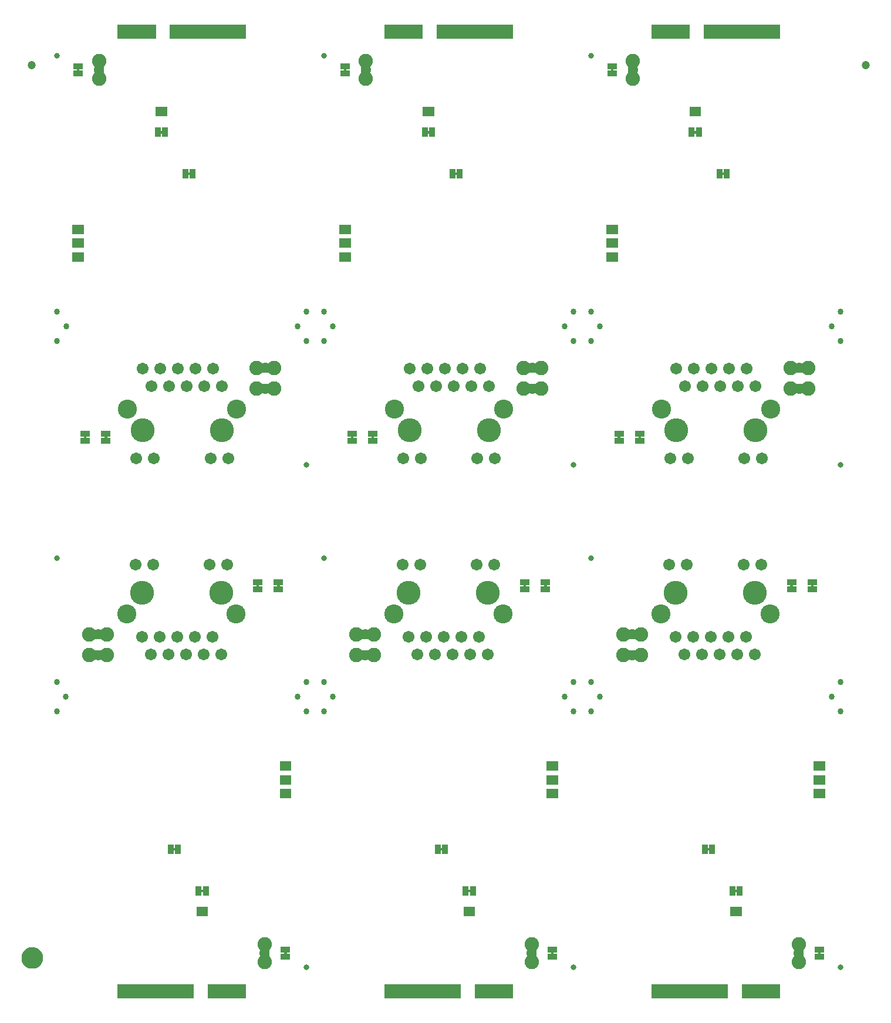
<source format=gbs>
G04 EAGLE Gerber RS-274X export*
G75*
%MOMM*%
%FSLAX34Y34*%
%LPD*%
%INSoldermask Bottom*%
%IPPOS*%
%AMOC8*
5,1,8,0,0,1.08239X$1,22.5*%
G01*
%ADD10C,0.838200*%
%ADD11R,1.473200X0.838200*%
%ADD12C,2.082800*%
%ADD13R,1.473200X0.863600*%
%ADD14R,0.553200X2.153200*%
%ADD15C,0.863600*%
%ADD16C,3.453200*%
%ADD17C,2.753200*%
%ADD18C,1.703200*%
%ADD19R,0.838200X1.473200*%
%ADD20R,0.863600X1.473200*%
%ADD21C,1.203200*%
%ADD22C,1.270000*%

G36*
X77186Y1341770D02*
X77186Y1341770D01*
X77252Y1341772D01*
X77296Y1341789D01*
X77342Y1341798D01*
X77399Y1341831D01*
X77460Y1341856D01*
X77495Y1341888D01*
X77535Y1341912D01*
X77577Y1341963D01*
X77625Y1342007D01*
X77647Y1342050D01*
X77677Y1342086D01*
X77698Y1342148D01*
X77728Y1342207D01*
X77736Y1342261D01*
X77749Y1342299D01*
X77748Y1342338D01*
X77756Y1342392D01*
X77756Y1346202D01*
X77744Y1346267D01*
X77742Y1346333D01*
X77724Y1346377D01*
X77716Y1346423D01*
X77682Y1346480D01*
X77658Y1346541D01*
X77626Y1346576D01*
X77602Y1346616D01*
X77551Y1346658D01*
X77506Y1346706D01*
X77464Y1346728D01*
X77428Y1346758D01*
X77365Y1346779D01*
X77307Y1346809D01*
X77252Y1346817D01*
X77215Y1346830D01*
X77176Y1346829D01*
X77121Y1346837D01*
X63913Y1346837D01*
X63849Y1346825D01*
X63783Y1346823D01*
X63739Y1346805D01*
X63693Y1346797D01*
X63636Y1346763D01*
X63575Y1346739D01*
X63540Y1346707D01*
X63499Y1346683D01*
X63458Y1346632D01*
X63409Y1346587D01*
X63388Y1346545D01*
X63358Y1346509D01*
X63337Y1346446D01*
X63307Y1346388D01*
X63299Y1346333D01*
X63286Y1346296D01*
X63286Y1346292D01*
X63287Y1346256D01*
X63279Y1346202D01*
X63279Y1342392D01*
X63291Y1342328D01*
X63293Y1342262D01*
X63310Y1342218D01*
X63319Y1342172D01*
X63352Y1342115D01*
X63377Y1342054D01*
X63409Y1342019D01*
X63433Y1341978D01*
X63484Y1341937D01*
X63528Y1341888D01*
X63571Y1341867D01*
X63607Y1341837D01*
X63669Y1341816D01*
X63728Y1341786D01*
X63782Y1341778D01*
X63820Y1341765D01*
X63859Y1341766D01*
X63913Y1341758D01*
X77121Y1341758D01*
X77186Y1341770D01*
G37*
G36*
X462250Y1341770D02*
X462250Y1341770D01*
X462316Y1341772D01*
X462360Y1341789D01*
X462406Y1341798D01*
X462463Y1341831D01*
X462524Y1341856D01*
X462559Y1341888D01*
X462599Y1341912D01*
X462641Y1341963D01*
X462689Y1342007D01*
X462711Y1342050D01*
X462741Y1342086D01*
X462762Y1342148D01*
X462792Y1342207D01*
X462800Y1342261D01*
X462813Y1342299D01*
X462812Y1342338D01*
X462820Y1342392D01*
X462820Y1346202D01*
X462808Y1346267D01*
X462806Y1346333D01*
X462788Y1346377D01*
X462780Y1346423D01*
X462746Y1346480D01*
X462722Y1346541D01*
X462690Y1346576D01*
X462666Y1346616D01*
X462615Y1346658D01*
X462570Y1346706D01*
X462528Y1346728D01*
X462492Y1346758D01*
X462429Y1346779D01*
X462371Y1346809D01*
X462316Y1346817D01*
X462279Y1346830D01*
X462240Y1346829D01*
X462185Y1346837D01*
X448977Y1346837D01*
X448913Y1346825D01*
X448847Y1346823D01*
X448803Y1346805D01*
X448757Y1346797D01*
X448700Y1346763D01*
X448639Y1346739D01*
X448604Y1346707D01*
X448563Y1346683D01*
X448522Y1346632D01*
X448473Y1346587D01*
X448452Y1346545D01*
X448422Y1346509D01*
X448401Y1346446D01*
X448371Y1346388D01*
X448363Y1346333D01*
X448350Y1346296D01*
X448350Y1346292D01*
X448351Y1346256D01*
X448343Y1346202D01*
X448343Y1342392D01*
X448355Y1342328D01*
X448357Y1342262D01*
X448374Y1342218D01*
X448383Y1342172D01*
X448416Y1342115D01*
X448441Y1342054D01*
X448473Y1342019D01*
X448497Y1341978D01*
X448548Y1341937D01*
X448592Y1341888D01*
X448635Y1341867D01*
X448671Y1341837D01*
X448733Y1341816D01*
X448792Y1341786D01*
X448846Y1341778D01*
X448884Y1341765D01*
X448923Y1341766D01*
X448977Y1341758D01*
X462185Y1341758D01*
X462250Y1341770D01*
G37*
G36*
X701250Y67472D02*
X701250Y67472D01*
X701316Y67474D01*
X701360Y67492D01*
X701406Y67500D01*
X701463Y67534D01*
X701524Y67559D01*
X701559Y67590D01*
X701599Y67615D01*
X701641Y67666D01*
X701689Y67710D01*
X701711Y67752D01*
X701741Y67789D01*
X701762Y67851D01*
X701792Y67910D01*
X701800Y67964D01*
X701813Y68001D01*
X701812Y68041D01*
X701820Y68095D01*
X701820Y71905D01*
X701808Y71970D01*
X701806Y72036D01*
X701788Y72079D01*
X701780Y72126D01*
X701746Y72183D01*
X701722Y72243D01*
X701690Y72278D01*
X701666Y72319D01*
X701615Y72361D01*
X701570Y72409D01*
X701528Y72431D01*
X701492Y72460D01*
X701429Y72481D01*
X701371Y72512D01*
X701316Y72520D01*
X701279Y72532D01*
X701240Y72531D01*
X701185Y72539D01*
X687977Y72539D01*
X687913Y72528D01*
X687847Y72526D01*
X687803Y72508D01*
X687757Y72500D01*
X687700Y72466D01*
X687639Y72441D01*
X687604Y72410D01*
X687563Y72385D01*
X687522Y72334D01*
X687473Y72290D01*
X687452Y72248D01*
X687422Y72211D01*
X687401Y72149D01*
X687371Y72090D01*
X687363Y72036D01*
X687350Y71999D01*
X687350Y71995D01*
X687350Y71994D01*
X687351Y71959D01*
X687343Y71905D01*
X687343Y68095D01*
X687355Y68030D01*
X687357Y67964D01*
X687374Y67921D01*
X687383Y67874D01*
X687416Y67817D01*
X687441Y67757D01*
X687473Y67722D01*
X687497Y67681D01*
X687548Y67640D01*
X687592Y67591D01*
X687635Y67569D01*
X687671Y67540D01*
X687733Y67519D01*
X687792Y67488D01*
X687846Y67480D01*
X687884Y67468D01*
X687923Y67469D01*
X687977Y67461D01*
X701185Y67461D01*
X701250Y67472D01*
G37*
G36*
X1086314Y67472D02*
X1086314Y67472D01*
X1086380Y67474D01*
X1086424Y67492D01*
X1086470Y67500D01*
X1086527Y67534D01*
X1086588Y67559D01*
X1086623Y67590D01*
X1086663Y67615D01*
X1086705Y67666D01*
X1086753Y67710D01*
X1086775Y67752D01*
X1086805Y67789D01*
X1086826Y67851D01*
X1086856Y67910D01*
X1086864Y67964D01*
X1086877Y68001D01*
X1086876Y68041D01*
X1086884Y68095D01*
X1086884Y71905D01*
X1086872Y71970D01*
X1086870Y72036D01*
X1086852Y72079D01*
X1086844Y72126D01*
X1086810Y72183D01*
X1086786Y72243D01*
X1086754Y72278D01*
X1086730Y72319D01*
X1086679Y72361D01*
X1086634Y72409D01*
X1086592Y72431D01*
X1086556Y72460D01*
X1086493Y72481D01*
X1086435Y72512D01*
X1086380Y72520D01*
X1086343Y72532D01*
X1086304Y72531D01*
X1086249Y72539D01*
X1073041Y72539D01*
X1072977Y72528D01*
X1072911Y72526D01*
X1072867Y72508D01*
X1072821Y72500D01*
X1072764Y72466D01*
X1072703Y72441D01*
X1072668Y72410D01*
X1072627Y72385D01*
X1072586Y72334D01*
X1072537Y72290D01*
X1072516Y72248D01*
X1072486Y72211D01*
X1072465Y72149D01*
X1072435Y72090D01*
X1072427Y72036D01*
X1072414Y71999D01*
X1072414Y71995D01*
X1072414Y71994D01*
X1072415Y71959D01*
X1072407Y71905D01*
X1072407Y68095D01*
X1072419Y68030D01*
X1072421Y67964D01*
X1072438Y67921D01*
X1072447Y67874D01*
X1072480Y67817D01*
X1072505Y67757D01*
X1072537Y67722D01*
X1072561Y67681D01*
X1072612Y67640D01*
X1072656Y67591D01*
X1072699Y67569D01*
X1072735Y67540D01*
X1072797Y67519D01*
X1072856Y67488D01*
X1072910Y67480D01*
X1072948Y67468D01*
X1072987Y67469D01*
X1073041Y67461D01*
X1086249Y67461D01*
X1086314Y67472D01*
G37*
G36*
X316161Y67472D02*
X316161Y67472D01*
X316227Y67474D01*
X316270Y67492D01*
X316317Y67500D01*
X316374Y67534D01*
X316434Y67559D01*
X316469Y67590D01*
X316510Y67615D01*
X316552Y67666D01*
X316600Y67710D01*
X316622Y67752D01*
X316651Y67789D01*
X316672Y67851D01*
X316703Y67910D01*
X316711Y67964D01*
X316723Y68001D01*
X316722Y68041D01*
X316730Y68095D01*
X316730Y71905D01*
X316719Y71970D01*
X316717Y72036D01*
X316699Y72079D01*
X316691Y72126D01*
X316657Y72183D01*
X316632Y72243D01*
X316601Y72278D01*
X316576Y72319D01*
X316525Y72361D01*
X316481Y72409D01*
X316439Y72431D01*
X316402Y72460D01*
X316340Y72481D01*
X316281Y72512D01*
X316227Y72520D01*
X316190Y72532D01*
X316150Y72531D01*
X316096Y72539D01*
X302888Y72539D01*
X302823Y72528D01*
X302757Y72526D01*
X302714Y72508D01*
X302667Y72500D01*
X302610Y72466D01*
X302550Y72441D01*
X302515Y72410D01*
X302474Y72385D01*
X302433Y72334D01*
X302384Y72290D01*
X302362Y72248D01*
X302333Y72211D01*
X302312Y72149D01*
X302281Y72090D01*
X302273Y72036D01*
X302261Y71999D01*
X302261Y71995D01*
X302261Y71994D01*
X302262Y71959D01*
X302254Y71905D01*
X302254Y68095D01*
X302265Y68030D01*
X302267Y67964D01*
X302285Y67921D01*
X302293Y67874D01*
X302327Y67817D01*
X302352Y67757D01*
X302383Y67722D01*
X302408Y67681D01*
X302459Y67640D01*
X302503Y67591D01*
X302545Y67569D01*
X302582Y67540D01*
X302644Y67519D01*
X302703Y67488D01*
X302757Y67480D01*
X302794Y67468D01*
X302834Y67469D01*
X302888Y67461D01*
X316096Y67461D01*
X316161Y67472D01*
G37*
G36*
X847340Y1341770D02*
X847340Y1341770D01*
X847405Y1341772D01*
X847449Y1341789D01*
X847496Y1341798D01*
X847552Y1341831D01*
X847613Y1341856D01*
X847648Y1341888D01*
X847689Y1341912D01*
X847730Y1341963D01*
X847779Y1342007D01*
X847800Y1342050D01*
X847830Y1342086D01*
X847851Y1342148D01*
X847881Y1342207D01*
X847890Y1342261D01*
X847902Y1342299D01*
X847901Y1342338D01*
X847909Y1342392D01*
X847909Y1346202D01*
X847897Y1346267D01*
X847895Y1346333D01*
X847878Y1346377D01*
X847869Y1346423D01*
X847836Y1346480D01*
X847811Y1346541D01*
X847779Y1346576D01*
X847755Y1346616D01*
X847704Y1346658D01*
X847660Y1346706D01*
X847618Y1346728D01*
X847581Y1346758D01*
X847519Y1346779D01*
X847460Y1346809D01*
X847406Y1346817D01*
X847369Y1346830D01*
X847329Y1346829D01*
X847275Y1346837D01*
X834067Y1346837D01*
X834002Y1346825D01*
X833936Y1346823D01*
X833893Y1346805D01*
X833846Y1346797D01*
X833789Y1346763D01*
X833728Y1346739D01*
X833694Y1346707D01*
X833653Y1346683D01*
X833611Y1346632D01*
X833563Y1346587D01*
X833541Y1346545D01*
X833511Y1346509D01*
X833490Y1346446D01*
X833460Y1346388D01*
X833452Y1346333D01*
X833440Y1346296D01*
X833440Y1346292D01*
X833441Y1346256D01*
X833433Y1346202D01*
X833433Y1342392D01*
X833444Y1342328D01*
X833446Y1342262D01*
X833464Y1342218D01*
X833472Y1342172D01*
X833506Y1342115D01*
X833530Y1342054D01*
X833562Y1342019D01*
X833586Y1341978D01*
X833637Y1341937D01*
X833682Y1341888D01*
X833724Y1341867D01*
X833761Y1341837D01*
X833823Y1341816D01*
X833881Y1341786D01*
X833936Y1341778D01*
X833973Y1341765D01*
X834012Y1341766D01*
X834067Y1341758D01*
X847275Y1341758D01*
X847340Y1341770D01*
G37*
G36*
X312487Y877071D02*
X312487Y877071D01*
X312553Y877073D01*
X312597Y877090D01*
X312643Y877099D01*
X312700Y877132D01*
X312761Y877157D01*
X312796Y877189D01*
X312836Y877213D01*
X312878Y877264D01*
X312926Y877308D01*
X312948Y877351D01*
X312978Y877387D01*
X312999Y877449D01*
X313029Y877508D01*
X313037Y877562D01*
X313050Y877600D01*
X313049Y877639D01*
X313057Y877693D01*
X313057Y890901D01*
X313045Y890966D01*
X313043Y891032D01*
X313025Y891076D01*
X313017Y891122D01*
X312983Y891179D01*
X312959Y891240D01*
X312927Y891275D01*
X312903Y891315D01*
X312852Y891357D01*
X312807Y891405D01*
X312765Y891427D01*
X312729Y891457D01*
X312666Y891478D01*
X312608Y891508D01*
X312553Y891516D01*
X312516Y891529D01*
X312477Y891528D01*
X312422Y891536D01*
X308612Y891536D01*
X308548Y891524D01*
X308482Y891522D01*
X308438Y891504D01*
X308392Y891496D01*
X308335Y891462D01*
X308274Y891438D01*
X308239Y891406D01*
X308198Y891382D01*
X308157Y891331D01*
X308108Y891286D01*
X308087Y891244D01*
X308057Y891208D01*
X308036Y891145D01*
X308006Y891087D01*
X307998Y891032D01*
X307985Y890995D01*
X307986Y890956D01*
X307978Y890901D01*
X307978Y877693D01*
X307990Y877629D01*
X307992Y877563D01*
X308009Y877519D01*
X308018Y877473D01*
X308051Y877416D01*
X308076Y877355D01*
X308108Y877320D01*
X308132Y877279D01*
X308183Y877238D01*
X308227Y877189D01*
X308270Y877168D01*
X308306Y877138D01*
X308368Y877117D01*
X308427Y877087D01*
X308481Y877079D01*
X308519Y877066D01*
X308558Y877067D01*
X308612Y877059D01*
X312422Y877059D01*
X312487Y877071D01*
G37*
G36*
X1082641Y877071D02*
X1082641Y877071D01*
X1082706Y877073D01*
X1082750Y877090D01*
X1082797Y877099D01*
X1082853Y877132D01*
X1082914Y877157D01*
X1082949Y877189D01*
X1082990Y877213D01*
X1083031Y877264D01*
X1083080Y877308D01*
X1083101Y877351D01*
X1083131Y877387D01*
X1083152Y877449D01*
X1083182Y877508D01*
X1083191Y877562D01*
X1083203Y877600D01*
X1083202Y877639D01*
X1083210Y877693D01*
X1083210Y890901D01*
X1083198Y890966D01*
X1083196Y891032D01*
X1083179Y891076D01*
X1083170Y891122D01*
X1083137Y891179D01*
X1083112Y891240D01*
X1083080Y891275D01*
X1083056Y891315D01*
X1083005Y891357D01*
X1082961Y891405D01*
X1082919Y891427D01*
X1082882Y891457D01*
X1082820Y891478D01*
X1082761Y891508D01*
X1082707Y891516D01*
X1082670Y891529D01*
X1082630Y891528D01*
X1082576Y891536D01*
X1078766Y891536D01*
X1078701Y891524D01*
X1078635Y891522D01*
X1078592Y891504D01*
X1078545Y891496D01*
X1078488Y891462D01*
X1078427Y891438D01*
X1078393Y891406D01*
X1078352Y891382D01*
X1078310Y891331D01*
X1078262Y891286D01*
X1078240Y891244D01*
X1078210Y891208D01*
X1078189Y891145D01*
X1078159Y891087D01*
X1078151Y891032D01*
X1078139Y890995D01*
X1078140Y890956D01*
X1078132Y890901D01*
X1078132Y877693D01*
X1078143Y877629D01*
X1078145Y877563D01*
X1078163Y877519D01*
X1078171Y877473D01*
X1078205Y877416D01*
X1078229Y877355D01*
X1078261Y877320D01*
X1078285Y877279D01*
X1078336Y877238D01*
X1078381Y877189D01*
X1078423Y877168D01*
X1078460Y877138D01*
X1078522Y877117D01*
X1078580Y877087D01*
X1078635Y877079D01*
X1078672Y877066D01*
X1078711Y877067D01*
X1078766Y877059D01*
X1082576Y877059D01*
X1082641Y877071D01*
G37*
G36*
X697551Y877071D02*
X697551Y877071D01*
X697617Y877073D01*
X697661Y877090D01*
X697707Y877099D01*
X697764Y877132D01*
X697825Y877157D01*
X697860Y877189D01*
X697900Y877213D01*
X697942Y877264D01*
X697990Y877308D01*
X698012Y877351D01*
X698042Y877387D01*
X698063Y877449D01*
X698093Y877508D01*
X698101Y877562D01*
X698114Y877600D01*
X698113Y877639D01*
X698121Y877693D01*
X698121Y890901D01*
X698109Y890966D01*
X698107Y891032D01*
X698089Y891076D01*
X698081Y891122D01*
X698047Y891179D01*
X698023Y891240D01*
X697991Y891275D01*
X697967Y891315D01*
X697916Y891357D01*
X697871Y891405D01*
X697829Y891427D01*
X697793Y891457D01*
X697730Y891478D01*
X697672Y891508D01*
X697617Y891516D01*
X697580Y891529D01*
X697541Y891528D01*
X697486Y891536D01*
X693676Y891536D01*
X693612Y891524D01*
X693546Y891522D01*
X693502Y891504D01*
X693456Y891496D01*
X693399Y891462D01*
X693338Y891438D01*
X693303Y891406D01*
X693262Y891382D01*
X693221Y891331D01*
X693172Y891286D01*
X693151Y891244D01*
X693121Y891208D01*
X693100Y891145D01*
X693070Y891087D01*
X693062Y891032D01*
X693049Y890995D01*
X693050Y890956D01*
X693042Y890901D01*
X693042Y877693D01*
X693054Y877629D01*
X693056Y877563D01*
X693073Y877519D01*
X693082Y877473D01*
X693115Y877416D01*
X693140Y877355D01*
X693172Y877320D01*
X693196Y877279D01*
X693247Y877238D01*
X693291Y877189D01*
X693334Y877168D01*
X693370Y877138D01*
X693432Y877117D01*
X693491Y877087D01*
X693545Y877079D01*
X693583Y877066D01*
X693622Y877067D01*
X693676Y877059D01*
X697486Y877059D01*
X697551Y877071D01*
G37*
G36*
X697551Y907071D02*
X697551Y907071D01*
X697617Y907073D01*
X697661Y907090D01*
X697707Y907099D01*
X697764Y907132D01*
X697825Y907157D01*
X697860Y907189D01*
X697900Y907213D01*
X697942Y907264D01*
X697990Y907308D01*
X698012Y907351D01*
X698042Y907387D01*
X698063Y907449D01*
X698093Y907508D01*
X698101Y907562D01*
X698114Y907600D01*
X698113Y907639D01*
X698121Y907693D01*
X698121Y920901D01*
X698109Y920966D01*
X698107Y921032D01*
X698089Y921076D01*
X698081Y921122D01*
X698047Y921179D01*
X698023Y921240D01*
X697991Y921275D01*
X697967Y921315D01*
X697916Y921357D01*
X697871Y921405D01*
X697829Y921427D01*
X697793Y921457D01*
X697730Y921478D01*
X697672Y921508D01*
X697617Y921516D01*
X697580Y921529D01*
X697541Y921528D01*
X697486Y921536D01*
X693676Y921536D01*
X693612Y921524D01*
X693546Y921522D01*
X693502Y921504D01*
X693456Y921496D01*
X693399Y921462D01*
X693338Y921438D01*
X693303Y921406D01*
X693262Y921382D01*
X693221Y921331D01*
X693172Y921286D01*
X693151Y921244D01*
X693121Y921208D01*
X693100Y921145D01*
X693070Y921087D01*
X693062Y921032D01*
X693049Y920995D01*
X693050Y920956D01*
X693042Y920901D01*
X693042Y907693D01*
X693054Y907629D01*
X693056Y907563D01*
X693073Y907519D01*
X693082Y907473D01*
X693115Y907416D01*
X693140Y907355D01*
X693172Y907320D01*
X693196Y907279D01*
X693247Y907238D01*
X693291Y907189D01*
X693334Y907168D01*
X693370Y907138D01*
X693432Y907117D01*
X693491Y907087D01*
X693545Y907079D01*
X693583Y907066D01*
X693622Y907067D01*
X693676Y907059D01*
X697486Y907059D01*
X697551Y907071D01*
G37*
G36*
X841615Y522773D02*
X841615Y522773D01*
X841681Y522775D01*
X841725Y522793D01*
X841771Y522801D01*
X841828Y522835D01*
X841889Y522860D01*
X841924Y522891D01*
X841964Y522916D01*
X842006Y522967D01*
X842054Y523011D01*
X842076Y523053D01*
X842106Y523090D01*
X842127Y523152D01*
X842157Y523211D01*
X842165Y523265D01*
X842178Y523302D01*
X842177Y523342D01*
X842185Y523396D01*
X842185Y536604D01*
X842173Y536669D01*
X842171Y536735D01*
X842153Y536778D01*
X842145Y536825D01*
X842111Y536882D01*
X842087Y536942D01*
X842055Y536977D01*
X842031Y537018D01*
X841980Y537060D01*
X841935Y537108D01*
X841893Y537130D01*
X841857Y537159D01*
X841794Y537180D01*
X841736Y537211D01*
X841681Y537219D01*
X841644Y537231D01*
X841605Y537230D01*
X841550Y537238D01*
X837740Y537238D01*
X837676Y537227D01*
X837610Y537225D01*
X837566Y537207D01*
X837520Y537199D01*
X837463Y537165D01*
X837402Y537140D01*
X837367Y537109D01*
X837326Y537084D01*
X837285Y537033D01*
X837236Y536989D01*
X837215Y536947D01*
X837185Y536910D01*
X837164Y536848D01*
X837134Y536789D01*
X837126Y536735D01*
X837113Y536698D01*
X837114Y536658D01*
X837106Y536604D01*
X837106Y523396D01*
X837118Y523331D01*
X837120Y523265D01*
X837137Y523222D01*
X837146Y523175D01*
X837179Y523118D01*
X837204Y523058D01*
X837236Y523023D01*
X837260Y522982D01*
X837311Y522941D01*
X837355Y522892D01*
X837398Y522870D01*
X837434Y522841D01*
X837496Y522820D01*
X837555Y522789D01*
X837609Y522781D01*
X837647Y522769D01*
X837686Y522770D01*
X837740Y522762D01*
X841550Y522762D01*
X841615Y522773D01*
G37*
G36*
X71462Y492773D02*
X71462Y492773D01*
X71528Y492775D01*
X71571Y492793D01*
X71618Y492801D01*
X71675Y492835D01*
X71735Y492860D01*
X71770Y492891D01*
X71811Y492916D01*
X71853Y492967D01*
X71901Y493011D01*
X71923Y493053D01*
X71952Y493090D01*
X71973Y493152D01*
X72004Y493211D01*
X72012Y493265D01*
X72024Y493302D01*
X72023Y493342D01*
X72031Y493396D01*
X72031Y506604D01*
X72020Y506669D01*
X72018Y506735D01*
X72000Y506778D01*
X71992Y506825D01*
X71958Y506882D01*
X71933Y506942D01*
X71902Y506977D01*
X71877Y507018D01*
X71826Y507060D01*
X71782Y507108D01*
X71740Y507130D01*
X71703Y507159D01*
X71641Y507180D01*
X71582Y507211D01*
X71528Y507219D01*
X71491Y507231D01*
X71451Y507230D01*
X71397Y507238D01*
X67587Y507238D01*
X67522Y507227D01*
X67456Y507225D01*
X67413Y507207D01*
X67366Y507199D01*
X67309Y507165D01*
X67249Y507140D01*
X67214Y507109D01*
X67173Y507084D01*
X67132Y507033D01*
X67083Y506989D01*
X67061Y506947D01*
X67032Y506910D01*
X67011Y506848D01*
X66980Y506789D01*
X66972Y506735D01*
X66960Y506698D01*
X66961Y506658D01*
X66953Y506604D01*
X66953Y493396D01*
X66964Y493331D01*
X66966Y493265D01*
X66984Y493222D01*
X66992Y493175D01*
X67026Y493118D01*
X67051Y493058D01*
X67082Y493023D01*
X67107Y492982D01*
X67158Y492941D01*
X67202Y492892D01*
X67244Y492870D01*
X67281Y492841D01*
X67343Y492820D01*
X67402Y492789D01*
X67456Y492781D01*
X67493Y492769D01*
X67533Y492770D01*
X67587Y492762D01*
X71397Y492762D01*
X71462Y492773D01*
G37*
G36*
X841615Y492773D02*
X841615Y492773D01*
X841681Y492775D01*
X841725Y492793D01*
X841771Y492801D01*
X841828Y492835D01*
X841889Y492860D01*
X841924Y492891D01*
X841964Y492916D01*
X842006Y492967D01*
X842054Y493011D01*
X842076Y493053D01*
X842106Y493090D01*
X842127Y493152D01*
X842157Y493211D01*
X842165Y493265D01*
X842178Y493302D01*
X842177Y493342D01*
X842185Y493396D01*
X842185Y506604D01*
X842173Y506669D01*
X842171Y506735D01*
X842153Y506778D01*
X842145Y506825D01*
X842111Y506882D01*
X842087Y506942D01*
X842055Y506977D01*
X842031Y507018D01*
X841980Y507060D01*
X841935Y507108D01*
X841893Y507130D01*
X841857Y507159D01*
X841794Y507180D01*
X841736Y507211D01*
X841681Y507219D01*
X841644Y507231D01*
X841605Y507230D01*
X841550Y507238D01*
X837740Y507238D01*
X837676Y507227D01*
X837610Y507225D01*
X837566Y507207D01*
X837520Y507199D01*
X837463Y507165D01*
X837402Y507140D01*
X837367Y507109D01*
X837326Y507084D01*
X837285Y507033D01*
X837236Y506989D01*
X837215Y506947D01*
X837185Y506910D01*
X837164Y506848D01*
X837134Y506789D01*
X837126Y506735D01*
X837113Y506698D01*
X837114Y506658D01*
X837106Y506604D01*
X837106Y493396D01*
X837118Y493331D01*
X837120Y493265D01*
X837137Y493222D01*
X837146Y493175D01*
X837179Y493118D01*
X837204Y493058D01*
X837236Y493023D01*
X837260Y492982D01*
X837311Y492941D01*
X837355Y492892D01*
X837398Y492870D01*
X837434Y492841D01*
X837496Y492820D01*
X837555Y492789D01*
X837609Y492781D01*
X837647Y492769D01*
X837686Y492770D01*
X837740Y492762D01*
X841550Y492762D01*
X841615Y492773D01*
G37*
G36*
X456551Y492773D02*
X456551Y492773D01*
X456617Y492775D01*
X456661Y492793D01*
X456707Y492801D01*
X456764Y492835D01*
X456825Y492860D01*
X456860Y492891D01*
X456900Y492916D01*
X456942Y492967D01*
X456990Y493011D01*
X457012Y493053D01*
X457042Y493090D01*
X457063Y493152D01*
X457093Y493211D01*
X457101Y493265D01*
X457114Y493302D01*
X457113Y493342D01*
X457121Y493396D01*
X457121Y506604D01*
X457109Y506669D01*
X457107Y506735D01*
X457089Y506778D01*
X457081Y506825D01*
X457047Y506882D01*
X457023Y506942D01*
X456991Y506977D01*
X456967Y507018D01*
X456916Y507060D01*
X456871Y507108D01*
X456829Y507130D01*
X456793Y507159D01*
X456730Y507180D01*
X456672Y507211D01*
X456617Y507219D01*
X456580Y507231D01*
X456541Y507230D01*
X456486Y507238D01*
X452676Y507238D01*
X452612Y507227D01*
X452546Y507225D01*
X452502Y507207D01*
X452456Y507199D01*
X452399Y507165D01*
X452338Y507140D01*
X452303Y507109D01*
X452262Y507084D01*
X452221Y507033D01*
X452172Y506989D01*
X452151Y506947D01*
X452121Y506910D01*
X452100Y506848D01*
X452070Y506789D01*
X452062Y506735D01*
X452049Y506698D01*
X452050Y506658D01*
X452042Y506604D01*
X452042Y493396D01*
X452054Y493331D01*
X452056Y493265D01*
X452073Y493222D01*
X452082Y493175D01*
X452115Y493118D01*
X452140Y493058D01*
X452172Y493023D01*
X452196Y492982D01*
X452247Y492941D01*
X452291Y492892D01*
X452334Y492870D01*
X452370Y492841D01*
X452432Y492820D01*
X452491Y492789D01*
X452545Y492781D01*
X452583Y492769D01*
X452622Y492770D01*
X452676Y492762D01*
X456486Y492762D01*
X456551Y492773D01*
G37*
G36*
X456551Y522773D02*
X456551Y522773D01*
X456617Y522775D01*
X456661Y522793D01*
X456707Y522801D01*
X456764Y522835D01*
X456825Y522860D01*
X456860Y522891D01*
X456900Y522916D01*
X456942Y522967D01*
X456990Y523011D01*
X457012Y523053D01*
X457042Y523090D01*
X457063Y523152D01*
X457093Y523211D01*
X457101Y523265D01*
X457114Y523302D01*
X457113Y523342D01*
X457121Y523396D01*
X457121Y536604D01*
X457109Y536669D01*
X457107Y536735D01*
X457089Y536778D01*
X457081Y536825D01*
X457047Y536882D01*
X457023Y536942D01*
X456991Y536977D01*
X456967Y537018D01*
X456916Y537060D01*
X456871Y537108D01*
X456829Y537130D01*
X456793Y537159D01*
X456730Y537180D01*
X456672Y537211D01*
X456617Y537219D01*
X456580Y537231D01*
X456541Y537230D01*
X456486Y537238D01*
X452676Y537238D01*
X452612Y537227D01*
X452546Y537225D01*
X452502Y537207D01*
X452456Y537199D01*
X452399Y537165D01*
X452338Y537140D01*
X452303Y537109D01*
X452262Y537084D01*
X452221Y537033D01*
X452172Y536989D01*
X452151Y536947D01*
X452121Y536910D01*
X452100Y536848D01*
X452070Y536789D01*
X452062Y536735D01*
X452049Y536698D01*
X452050Y536658D01*
X452042Y536604D01*
X452042Y523396D01*
X452054Y523331D01*
X452056Y523265D01*
X452073Y523222D01*
X452082Y523175D01*
X452115Y523118D01*
X452140Y523058D01*
X452172Y523023D01*
X452196Y522982D01*
X452247Y522941D01*
X452291Y522892D01*
X452334Y522870D01*
X452370Y522841D01*
X452432Y522820D01*
X452491Y522789D01*
X452545Y522781D01*
X452583Y522769D01*
X452622Y522770D01*
X452676Y522762D01*
X456486Y522762D01*
X456551Y522773D01*
G37*
G36*
X71462Y522773D02*
X71462Y522773D01*
X71528Y522775D01*
X71571Y522793D01*
X71618Y522801D01*
X71675Y522835D01*
X71735Y522860D01*
X71770Y522891D01*
X71811Y522916D01*
X71853Y522967D01*
X71901Y523011D01*
X71923Y523053D01*
X71952Y523090D01*
X71973Y523152D01*
X72004Y523211D01*
X72012Y523265D01*
X72024Y523302D01*
X72023Y523342D01*
X72031Y523396D01*
X72031Y536604D01*
X72020Y536669D01*
X72018Y536735D01*
X72000Y536778D01*
X71992Y536825D01*
X71958Y536882D01*
X71933Y536942D01*
X71902Y536977D01*
X71877Y537018D01*
X71826Y537060D01*
X71782Y537108D01*
X71740Y537130D01*
X71703Y537159D01*
X71641Y537180D01*
X71582Y537211D01*
X71528Y537219D01*
X71491Y537231D01*
X71451Y537230D01*
X71397Y537238D01*
X67587Y537238D01*
X67522Y537227D01*
X67456Y537225D01*
X67413Y537207D01*
X67366Y537199D01*
X67309Y537165D01*
X67249Y537140D01*
X67214Y537109D01*
X67173Y537084D01*
X67132Y537033D01*
X67083Y536989D01*
X67061Y536947D01*
X67032Y536910D01*
X67011Y536848D01*
X66980Y536789D01*
X66972Y536735D01*
X66960Y536698D01*
X66961Y536658D01*
X66953Y536604D01*
X66953Y523396D01*
X66964Y523331D01*
X66966Y523265D01*
X66984Y523222D01*
X66992Y523175D01*
X67026Y523118D01*
X67051Y523058D01*
X67082Y523023D01*
X67107Y522982D01*
X67158Y522941D01*
X67202Y522892D01*
X67244Y522870D01*
X67281Y522841D01*
X67343Y522820D01*
X67402Y522789D01*
X67456Y522781D01*
X67493Y522769D01*
X67533Y522770D01*
X67587Y522762D01*
X71397Y522762D01*
X71462Y522773D01*
G37*
G36*
X1082641Y907071D02*
X1082641Y907071D01*
X1082706Y907073D01*
X1082750Y907090D01*
X1082797Y907099D01*
X1082853Y907132D01*
X1082914Y907157D01*
X1082949Y907189D01*
X1082990Y907213D01*
X1083031Y907264D01*
X1083080Y907308D01*
X1083101Y907351D01*
X1083131Y907387D01*
X1083152Y907449D01*
X1083182Y907508D01*
X1083191Y907562D01*
X1083203Y907600D01*
X1083202Y907639D01*
X1083210Y907693D01*
X1083210Y920901D01*
X1083198Y920966D01*
X1083196Y921032D01*
X1083179Y921076D01*
X1083170Y921122D01*
X1083137Y921179D01*
X1083112Y921240D01*
X1083080Y921275D01*
X1083056Y921315D01*
X1083005Y921357D01*
X1082961Y921405D01*
X1082919Y921427D01*
X1082882Y921457D01*
X1082820Y921478D01*
X1082761Y921508D01*
X1082707Y921516D01*
X1082670Y921529D01*
X1082630Y921528D01*
X1082576Y921536D01*
X1078766Y921536D01*
X1078701Y921524D01*
X1078635Y921522D01*
X1078592Y921504D01*
X1078545Y921496D01*
X1078488Y921462D01*
X1078427Y921438D01*
X1078393Y921406D01*
X1078352Y921382D01*
X1078310Y921331D01*
X1078262Y921286D01*
X1078240Y921244D01*
X1078210Y921208D01*
X1078189Y921145D01*
X1078159Y921087D01*
X1078151Y921032D01*
X1078139Y920995D01*
X1078140Y920956D01*
X1078132Y920901D01*
X1078132Y907693D01*
X1078143Y907629D01*
X1078145Y907563D01*
X1078163Y907519D01*
X1078171Y907473D01*
X1078205Y907416D01*
X1078229Y907355D01*
X1078261Y907320D01*
X1078285Y907279D01*
X1078336Y907238D01*
X1078381Y907189D01*
X1078423Y907168D01*
X1078460Y907138D01*
X1078522Y907117D01*
X1078580Y907087D01*
X1078635Y907079D01*
X1078672Y907066D01*
X1078711Y907067D01*
X1078766Y907059D01*
X1082576Y907059D01*
X1082641Y907071D01*
G37*
G36*
X312487Y907071D02*
X312487Y907071D01*
X312553Y907073D01*
X312597Y907090D01*
X312643Y907099D01*
X312700Y907132D01*
X312761Y907157D01*
X312796Y907189D01*
X312836Y907213D01*
X312878Y907264D01*
X312926Y907308D01*
X312948Y907351D01*
X312978Y907387D01*
X312999Y907449D01*
X313029Y907508D01*
X313037Y907562D01*
X313050Y907600D01*
X313049Y907639D01*
X313057Y907693D01*
X313057Y920901D01*
X313045Y920966D01*
X313043Y921032D01*
X313025Y921076D01*
X313017Y921122D01*
X312983Y921179D01*
X312959Y921240D01*
X312927Y921275D01*
X312903Y921315D01*
X312852Y921357D01*
X312807Y921405D01*
X312765Y921427D01*
X312729Y921457D01*
X312666Y921478D01*
X312608Y921508D01*
X312553Y921516D01*
X312516Y921529D01*
X312477Y921528D01*
X312422Y921536D01*
X308612Y921536D01*
X308548Y921524D01*
X308482Y921522D01*
X308438Y921504D01*
X308392Y921496D01*
X308335Y921462D01*
X308274Y921438D01*
X308239Y921406D01*
X308198Y921382D01*
X308157Y921331D01*
X308108Y921286D01*
X308087Y921244D01*
X308057Y921208D01*
X308036Y921145D01*
X308006Y921087D01*
X307998Y921032D01*
X307985Y920995D01*
X307986Y920956D01*
X307978Y920901D01*
X307978Y907693D01*
X307990Y907629D01*
X307992Y907563D01*
X308009Y907519D01*
X308018Y907473D01*
X308051Y907416D01*
X308076Y907355D01*
X308108Y907320D01*
X308132Y907279D01*
X308183Y907238D01*
X308227Y907189D01*
X308270Y907168D01*
X308306Y907138D01*
X308368Y907117D01*
X308427Y907087D01*
X308481Y907079D01*
X308519Y907066D01*
X308558Y907067D01*
X308612Y907059D01*
X312422Y907059D01*
X312487Y907071D01*
G37*
G36*
X41852Y1341770D02*
X41852Y1341770D01*
X41918Y1341772D01*
X41962Y1341789D01*
X42008Y1341798D01*
X42065Y1341831D01*
X42126Y1341856D01*
X42161Y1341888D01*
X42201Y1341912D01*
X42243Y1341963D01*
X42291Y1342007D01*
X42313Y1342050D01*
X42343Y1342086D01*
X42364Y1342148D01*
X42394Y1342207D01*
X42402Y1342261D01*
X42415Y1342299D01*
X42414Y1342338D01*
X42422Y1342392D01*
X42422Y1346202D01*
X42410Y1346267D01*
X42408Y1346333D01*
X42390Y1346377D01*
X42382Y1346423D01*
X42348Y1346480D01*
X42324Y1346541D01*
X42292Y1346576D01*
X42268Y1346616D01*
X42217Y1346658D01*
X42172Y1346706D01*
X42130Y1346728D01*
X42094Y1346758D01*
X42031Y1346779D01*
X41973Y1346809D01*
X41918Y1346817D01*
X41881Y1346830D01*
X41842Y1346829D01*
X41787Y1346837D01*
X39247Y1346837D01*
X39183Y1346825D01*
X39117Y1346823D01*
X39073Y1346805D01*
X39027Y1346797D01*
X38970Y1346763D01*
X38909Y1346739D01*
X38874Y1346707D01*
X38833Y1346683D01*
X38792Y1346632D01*
X38743Y1346587D01*
X38722Y1346545D01*
X38692Y1346509D01*
X38671Y1346446D01*
X38641Y1346388D01*
X38633Y1346333D01*
X38620Y1346296D01*
X38620Y1346292D01*
X38621Y1346256D01*
X38613Y1346202D01*
X38613Y1342392D01*
X38625Y1342328D01*
X38627Y1342262D01*
X38644Y1342218D01*
X38653Y1342172D01*
X38686Y1342115D01*
X38711Y1342054D01*
X38743Y1342019D01*
X38767Y1341978D01*
X38818Y1341937D01*
X38862Y1341888D01*
X38905Y1341867D01*
X38941Y1341837D01*
X39003Y1341816D01*
X39062Y1341786D01*
X39116Y1341778D01*
X39154Y1341765D01*
X39193Y1341766D01*
X39247Y1341758D01*
X41787Y1341758D01*
X41852Y1341770D01*
G37*
G36*
X812006Y1341770D02*
X812006Y1341770D01*
X812071Y1341772D01*
X812115Y1341789D01*
X812162Y1341798D01*
X812218Y1341831D01*
X812279Y1341856D01*
X812314Y1341888D01*
X812355Y1341912D01*
X812396Y1341963D01*
X812445Y1342007D01*
X812466Y1342050D01*
X812496Y1342086D01*
X812517Y1342148D01*
X812547Y1342207D01*
X812556Y1342261D01*
X812568Y1342299D01*
X812567Y1342338D01*
X812575Y1342392D01*
X812575Y1346202D01*
X812563Y1346267D01*
X812561Y1346333D01*
X812544Y1346377D01*
X812535Y1346423D01*
X812502Y1346480D01*
X812477Y1346541D01*
X812445Y1346576D01*
X812421Y1346616D01*
X812370Y1346658D01*
X812326Y1346706D01*
X812284Y1346728D01*
X812247Y1346758D01*
X812185Y1346779D01*
X812126Y1346809D01*
X812072Y1346817D01*
X812035Y1346830D01*
X811995Y1346829D01*
X811941Y1346837D01*
X809401Y1346837D01*
X809336Y1346825D01*
X809270Y1346823D01*
X809227Y1346805D01*
X809180Y1346797D01*
X809123Y1346763D01*
X809062Y1346739D01*
X809028Y1346707D01*
X808987Y1346683D01*
X808945Y1346632D01*
X808897Y1346587D01*
X808875Y1346545D01*
X808845Y1346509D01*
X808824Y1346446D01*
X808794Y1346388D01*
X808786Y1346333D01*
X808774Y1346296D01*
X808774Y1346292D01*
X808775Y1346256D01*
X808767Y1346202D01*
X808767Y1342392D01*
X808778Y1342328D01*
X808780Y1342262D01*
X808798Y1342218D01*
X808806Y1342172D01*
X808840Y1342115D01*
X808864Y1342054D01*
X808896Y1342019D01*
X808920Y1341978D01*
X808971Y1341937D01*
X809016Y1341888D01*
X809058Y1341867D01*
X809095Y1341837D01*
X809157Y1341816D01*
X809215Y1341786D01*
X809270Y1341778D01*
X809307Y1341765D01*
X809346Y1341766D01*
X809401Y1341758D01*
X811941Y1341758D01*
X812006Y1341770D01*
G37*
G36*
X426916Y1341770D02*
X426916Y1341770D01*
X426982Y1341772D01*
X427026Y1341789D01*
X427072Y1341798D01*
X427129Y1341831D01*
X427190Y1341856D01*
X427225Y1341888D01*
X427265Y1341912D01*
X427307Y1341963D01*
X427355Y1342007D01*
X427377Y1342050D01*
X427407Y1342086D01*
X427428Y1342148D01*
X427458Y1342207D01*
X427466Y1342261D01*
X427479Y1342299D01*
X427478Y1342338D01*
X427486Y1342392D01*
X427486Y1346202D01*
X427474Y1346267D01*
X427472Y1346333D01*
X427454Y1346377D01*
X427446Y1346423D01*
X427412Y1346480D01*
X427388Y1346541D01*
X427356Y1346576D01*
X427332Y1346616D01*
X427281Y1346658D01*
X427236Y1346706D01*
X427194Y1346728D01*
X427158Y1346758D01*
X427095Y1346779D01*
X427037Y1346809D01*
X426982Y1346817D01*
X426945Y1346830D01*
X426906Y1346829D01*
X426851Y1346837D01*
X424311Y1346837D01*
X424247Y1346825D01*
X424181Y1346823D01*
X424137Y1346805D01*
X424091Y1346797D01*
X424034Y1346763D01*
X423973Y1346739D01*
X423938Y1346707D01*
X423897Y1346683D01*
X423856Y1346632D01*
X423807Y1346587D01*
X423786Y1346545D01*
X423756Y1346509D01*
X423735Y1346446D01*
X423705Y1346388D01*
X423697Y1346333D01*
X423684Y1346296D01*
X423684Y1346292D01*
X423685Y1346256D01*
X423677Y1346202D01*
X423677Y1342392D01*
X423689Y1342328D01*
X423691Y1342262D01*
X423708Y1342218D01*
X423717Y1342172D01*
X423750Y1342115D01*
X423775Y1342054D01*
X423807Y1342019D01*
X423831Y1341978D01*
X423882Y1341937D01*
X423926Y1341888D01*
X423969Y1341867D01*
X424005Y1341837D01*
X424067Y1341816D01*
X424126Y1341786D01*
X424180Y1341778D01*
X424218Y1341765D01*
X424257Y1341766D01*
X424311Y1341758D01*
X426851Y1341758D01*
X426916Y1341770D01*
G37*
G36*
X822006Y811770D02*
X822006Y811770D01*
X822071Y811772D01*
X822115Y811789D01*
X822162Y811798D01*
X822218Y811831D01*
X822279Y811856D01*
X822314Y811888D01*
X822355Y811912D01*
X822396Y811963D01*
X822445Y812007D01*
X822466Y812050D01*
X822496Y812086D01*
X822517Y812148D01*
X822547Y812207D01*
X822556Y812261D01*
X822568Y812299D01*
X822567Y812338D01*
X822575Y812392D01*
X822575Y816202D01*
X822563Y816267D01*
X822561Y816333D01*
X822544Y816377D01*
X822535Y816423D01*
X822502Y816480D01*
X822477Y816541D01*
X822445Y816576D01*
X822421Y816616D01*
X822370Y816658D01*
X822326Y816706D01*
X822284Y816728D01*
X822247Y816758D01*
X822185Y816779D01*
X822126Y816809D01*
X822072Y816817D01*
X822035Y816830D01*
X821995Y816829D01*
X821941Y816837D01*
X819401Y816837D01*
X819336Y816825D01*
X819270Y816823D01*
X819227Y816805D01*
X819180Y816797D01*
X819123Y816763D01*
X819062Y816739D01*
X819028Y816707D01*
X818987Y816683D01*
X818945Y816632D01*
X818897Y816587D01*
X818875Y816545D01*
X818845Y816509D01*
X818824Y816446D01*
X818794Y816388D01*
X818786Y816333D01*
X818774Y816296D01*
X818774Y816292D01*
X818775Y816256D01*
X818767Y816202D01*
X818767Y812392D01*
X818778Y812328D01*
X818780Y812262D01*
X818798Y812218D01*
X818806Y812172D01*
X818840Y812115D01*
X818864Y812054D01*
X818896Y812019D01*
X818920Y811978D01*
X818971Y811937D01*
X819016Y811888D01*
X819058Y811867D01*
X819095Y811837D01*
X819157Y811816D01*
X819215Y811786D01*
X819270Y811778D01*
X819307Y811765D01*
X819346Y811766D01*
X819401Y811758D01*
X821941Y811758D01*
X822006Y811770D01*
G37*
G36*
X466916Y811770D02*
X466916Y811770D01*
X466982Y811772D01*
X467026Y811789D01*
X467072Y811798D01*
X467129Y811831D01*
X467190Y811856D01*
X467225Y811888D01*
X467265Y811912D01*
X467307Y811963D01*
X467355Y812007D01*
X467377Y812050D01*
X467407Y812086D01*
X467428Y812148D01*
X467458Y812207D01*
X467466Y812261D01*
X467479Y812299D01*
X467478Y812338D01*
X467486Y812392D01*
X467486Y816202D01*
X467474Y816267D01*
X467472Y816333D01*
X467454Y816377D01*
X467446Y816423D01*
X467412Y816480D01*
X467388Y816541D01*
X467356Y816576D01*
X467332Y816616D01*
X467281Y816658D01*
X467236Y816706D01*
X467194Y816728D01*
X467158Y816758D01*
X467095Y816779D01*
X467037Y816809D01*
X466982Y816817D01*
X466945Y816830D01*
X466906Y816829D01*
X466851Y816837D01*
X464311Y816837D01*
X464247Y816825D01*
X464181Y816823D01*
X464137Y816805D01*
X464091Y816797D01*
X464034Y816763D01*
X463973Y816739D01*
X463938Y816707D01*
X463897Y816683D01*
X463856Y816632D01*
X463807Y816587D01*
X463786Y816545D01*
X463756Y816509D01*
X463735Y816446D01*
X463705Y816388D01*
X463697Y816333D01*
X463684Y816296D01*
X463684Y816292D01*
X463685Y816256D01*
X463677Y816202D01*
X463677Y812392D01*
X463689Y812328D01*
X463691Y812262D01*
X463708Y812218D01*
X463717Y812172D01*
X463750Y812115D01*
X463775Y812054D01*
X463807Y812019D01*
X463831Y811978D01*
X463882Y811937D01*
X463926Y811888D01*
X463969Y811867D01*
X464005Y811837D01*
X464067Y811816D01*
X464126Y811786D01*
X464180Y811778D01*
X464218Y811765D01*
X464257Y811766D01*
X464311Y811758D01*
X466851Y811758D01*
X466916Y811770D01*
G37*
G36*
X1070980Y597472D02*
X1070980Y597472D01*
X1071046Y597474D01*
X1071090Y597492D01*
X1071136Y597500D01*
X1071193Y597534D01*
X1071254Y597559D01*
X1071289Y597590D01*
X1071329Y597615D01*
X1071371Y597666D01*
X1071419Y597710D01*
X1071441Y597752D01*
X1071471Y597789D01*
X1071492Y597851D01*
X1071522Y597910D01*
X1071530Y597964D01*
X1071543Y598001D01*
X1071542Y598041D01*
X1071550Y598095D01*
X1071550Y601905D01*
X1071538Y601970D01*
X1071536Y602036D01*
X1071518Y602079D01*
X1071510Y602126D01*
X1071476Y602183D01*
X1071452Y602243D01*
X1071420Y602278D01*
X1071396Y602319D01*
X1071345Y602361D01*
X1071300Y602409D01*
X1071258Y602431D01*
X1071222Y602460D01*
X1071159Y602481D01*
X1071101Y602512D01*
X1071046Y602520D01*
X1071009Y602532D01*
X1070970Y602531D01*
X1070915Y602539D01*
X1068375Y602539D01*
X1068311Y602528D01*
X1068245Y602526D01*
X1068201Y602508D01*
X1068155Y602500D01*
X1068098Y602466D01*
X1068037Y602441D01*
X1068002Y602410D01*
X1067961Y602385D01*
X1067920Y602334D01*
X1067871Y602290D01*
X1067850Y602248D01*
X1067820Y602211D01*
X1067799Y602149D01*
X1067769Y602090D01*
X1067761Y602036D01*
X1067748Y601999D01*
X1067748Y601995D01*
X1067748Y601994D01*
X1067749Y601959D01*
X1067741Y601905D01*
X1067741Y598095D01*
X1067753Y598030D01*
X1067755Y597964D01*
X1067772Y597921D01*
X1067781Y597874D01*
X1067814Y597817D01*
X1067839Y597757D01*
X1067871Y597722D01*
X1067895Y597681D01*
X1067946Y597640D01*
X1067990Y597591D01*
X1068033Y597569D01*
X1068069Y597540D01*
X1068131Y597519D01*
X1068190Y597488D01*
X1068244Y597480D01*
X1068282Y597468D01*
X1068321Y597469D01*
X1068375Y597461D01*
X1070915Y597461D01*
X1070980Y597472D01*
G37*
G36*
X300827Y597472D02*
X300827Y597472D01*
X300893Y597474D01*
X300936Y597492D01*
X300983Y597500D01*
X301040Y597534D01*
X301100Y597559D01*
X301135Y597590D01*
X301176Y597615D01*
X301218Y597666D01*
X301266Y597710D01*
X301288Y597752D01*
X301317Y597789D01*
X301338Y597851D01*
X301369Y597910D01*
X301377Y597964D01*
X301389Y598001D01*
X301388Y598041D01*
X301396Y598095D01*
X301396Y601905D01*
X301385Y601970D01*
X301383Y602036D01*
X301365Y602079D01*
X301357Y602126D01*
X301323Y602183D01*
X301298Y602243D01*
X301267Y602278D01*
X301242Y602319D01*
X301191Y602361D01*
X301147Y602409D01*
X301105Y602431D01*
X301068Y602460D01*
X301006Y602481D01*
X300947Y602512D01*
X300893Y602520D01*
X300856Y602532D01*
X300816Y602531D01*
X300762Y602539D01*
X298222Y602539D01*
X298157Y602528D01*
X298091Y602526D01*
X298048Y602508D01*
X298001Y602500D01*
X297944Y602466D01*
X297884Y602441D01*
X297849Y602410D01*
X297808Y602385D01*
X297767Y602334D01*
X297718Y602290D01*
X297696Y602248D01*
X297667Y602211D01*
X297646Y602149D01*
X297615Y602090D01*
X297607Y602036D01*
X297595Y601999D01*
X297595Y601995D01*
X297595Y601994D01*
X297596Y601959D01*
X297588Y601905D01*
X297588Y598095D01*
X297599Y598030D01*
X297601Y597964D01*
X297619Y597921D01*
X297627Y597874D01*
X297661Y597817D01*
X297686Y597757D01*
X297717Y597722D01*
X297742Y597681D01*
X297793Y597640D01*
X297837Y597591D01*
X297879Y597569D01*
X297916Y597540D01*
X297978Y597519D01*
X298037Y597488D01*
X298091Y597480D01*
X298128Y597468D01*
X298168Y597469D01*
X298222Y597461D01*
X300762Y597461D01*
X300827Y597472D01*
G37*
G36*
X1100980Y597472D02*
X1100980Y597472D01*
X1101046Y597474D01*
X1101090Y597492D01*
X1101136Y597500D01*
X1101193Y597534D01*
X1101254Y597559D01*
X1101289Y597590D01*
X1101329Y597615D01*
X1101371Y597666D01*
X1101419Y597710D01*
X1101441Y597752D01*
X1101471Y597789D01*
X1101492Y597851D01*
X1101522Y597910D01*
X1101530Y597964D01*
X1101543Y598001D01*
X1101542Y598041D01*
X1101550Y598095D01*
X1101550Y601905D01*
X1101538Y601970D01*
X1101536Y602036D01*
X1101518Y602079D01*
X1101510Y602126D01*
X1101476Y602183D01*
X1101452Y602243D01*
X1101420Y602278D01*
X1101396Y602319D01*
X1101345Y602361D01*
X1101300Y602409D01*
X1101258Y602431D01*
X1101222Y602460D01*
X1101159Y602481D01*
X1101101Y602512D01*
X1101046Y602520D01*
X1101009Y602532D01*
X1100970Y602531D01*
X1100915Y602539D01*
X1098375Y602539D01*
X1098311Y602528D01*
X1098245Y602526D01*
X1098201Y602508D01*
X1098155Y602500D01*
X1098098Y602466D01*
X1098037Y602441D01*
X1098002Y602410D01*
X1097961Y602385D01*
X1097920Y602334D01*
X1097871Y602290D01*
X1097850Y602248D01*
X1097820Y602211D01*
X1097799Y602149D01*
X1097769Y602090D01*
X1097761Y602036D01*
X1097748Y601999D01*
X1097748Y601995D01*
X1097748Y601994D01*
X1097749Y601959D01*
X1097741Y601905D01*
X1097741Y598095D01*
X1097753Y598030D01*
X1097755Y597964D01*
X1097772Y597921D01*
X1097781Y597874D01*
X1097814Y597817D01*
X1097839Y597757D01*
X1097871Y597722D01*
X1097895Y597681D01*
X1097946Y597640D01*
X1097990Y597591D01*
X1098033Y597569D01*
X1098069Y597540D01*
X1098131Y597519D01*
X1098190Y597488D01*
X1098244Y597480D01*
X1098282Y597468D01*
X1098321Y597469D01*
X1098375Y597461D01*
X1100915Y597461D01*
X1100980Y597472D01*
G37*
G36*
X685916Y597472D02*
X685916Y597472D01*
X685982Y597474D01*
X686026Y597492D01*
X686072Y597500D01*
X686129Y597534D01*
X686190Y597559D01*
X686225Y597590D01*
X686265Y597615D01*
X686307Y597666D01*
X686355Y597710D01*
X686377Y597752D01*
X686407Y597789D01*
X686428Y597851D01*
X686458Y597910D01*
X686466Y597964D01*
X686479Y598001D01*
X686478Y598041D01*
X686486Y598095D01*
X686486Y601905D01*
X686474Y601970D01*
X686472Y602036D01*
X686454Y602079D01*
X686446Y602126D01*
X686412Y602183D01*
X686388Y602243D01*
X686356Y602278D01*
X686332Y602319D01*
X686281Y602361D01*
X686236Y602409D01*
X686194Y602431D01*
X686158Y602460D01*
X686095Y602481D01*
X686037Y602512D01*
X685982Y602520D01*
X685945Y602532D01*
X685906Y602531D01*
X685851Y602539D01*
X683311Y602539D01*
X683247Y602528D01*
X683181Y602526D01*
X683137Y602508D01*
X683091Y602500D01*
X683034Y602466D01*
X682973Y602441D01*
X682938Y602410D01*
X682897Y602385D01*
X682856Y602334D01*
X682807Y602290D01*
X682786Y602248D01*
X682756Y602211D01*
X682735Y602149D01*
X682705Y602090D01*
X682697Y602036D01*
X682684Y601999D01*
X682684Y601995D01*
X682684Y601994D01*
X682685Y601959D01*
X682677Y601905D01*
X682677Y598095D01*
X682689Y598030D01*
X682691Y597964D01*
X682708Y597921D01*
X682717Y597874D01*
X682750Y597817D01*
X682775Y597757D01*
X682807Y597722D01*
X682831Y597681D01*
X682882Y597640D01*
X682926Y597591D01*
X682969Y597569D01*
X683005Y597540D01*
X683067Y597519D01*
X683126Y597488D01*
X683180Y597480D01*
X683218Y597468D01*
X683257Y597469D01*
X683311Y597461D01*
X685851Y597461D01*
X685916Y597472D01*
G37*
G36*
X715916Y597472D02*
X715916Y597472D01*
X715982Y597474D01*
X716026Y597492D01*
X716072Y597500D01*
X716129Y597534D01*
X716190Y597559D01*
X716225Y597590D01*
X716265Y597615D01*
X716307Y597666D01*
X716355Y597710D01*
X716377Y597752D01*
X716407Y597789D01*
X716428Y597851D01*
X716458Y597910D01*
X716466Y597964D01*
X716479Y598001D01*
X716478Y598041D01*
X716486Y598095D01*
X716486Y601905D01*
X716474Y601970D01*
X716472Y602036D01*
X716454Y602079D01*
X716446Y602126D01*
X716412Y602183D01*
X716388Y602243D01*
X716356Y602278D01*
X716332Y602319D01*
X716281Y602361D01*
X716236Y602409D01*
X716194Y602431D01*
X716158Y602460D01*
X716095Y602481D01*
X716037Y602512D01*
X715982Y602520D01*
X715945Y602532D01*
X715906Y602531D01*
X715851Y602539D01*
X713311Y602539D01*
X713247Y602528D01*
X713181Y602526D01*
X713137Y602508D01*
X713091Y602500D01*
X713034Y602466D01*
X712973Y602441D01*
X712938Y602410D01*
X712897Y602385D01*
X712856Y602334D01*
X712807Y602290D01*
X712786Y602248D01*
X712756Y602211D01*
X712735Y602149D01*
X712705Y602090D01*
X712697Y602036D01*
X712684Y601999D01*
X712684Y601995D01*
X712684Y601994D01*
X712685Y601959D01*
X712677Y601905D01*
X712677Y598095D01*
X712689Y598030D01*
X712691Y597964D01*
X712708Y597921D01*
X712717Y597874D01*
X712750Y597817D01*
X712775Y597757D01*
X712807Y597722D01*
X712831Y597681D01*
X712882Y597640D01*
X712926Y597591D01*
X712969Y597569D01*
X713005Y597540D01*
X713067Y597519D01*
X713126Y597488D01*
X713180Y597480D01*
X713218Y597468D01*
X713257Y597469D01*
X713311Y597461D01*
X715851Y597461D01*
X715916Y597472D01*
G37*
G36*
X330827Y597472D02*
X330827Y597472D01*
X330893Y597474D01*
X330936Y597492D01*
X330983Y597500D01*
X331040Y597534D01*
X331100Y597559D01*
X331135Y597590D01*
X331176Y597615D01*
X331218Y597666D01*
X331266Y597710D01*
X331288Y597752D01*
X331317Y597789D01*
X331338Y597851D01*
X331369Y597910D01*
X331377Y597964D01*
X331389Y598001D01*
X331388Y598041D01*
X331396Y598095D01*
X331396Y601905D01*
X331385Y601970D01*
X331383Y602036D01*
X331365Y602079D01*
X331357Y602126D01*
X331323Y602183D01*
X331298Y602243D01*
X331267Y602278D01*
X331242Y602319D01*
X331191Y602361D01*
X331147Y602409D01*
X331105Y602431D01*
X331068Y602460D01*
X331006Y602481D01*
X330947Y602512D01*
X330893Y602520D01*
X330856Y602532D01*
X330816Y602531D01*
X330762Y602539D01*
X328222Y602539D01*
X328157Y602528D01*
X328091Y602526D01*
X328048Y602508D01*
X328001Y602500D01*
X327944Y602466D01*
X327884Y602441D01*
X327849Y602410D01*
X327808Y602385D01*
X327767Y602334D01*
X327718Y602290D01*
X327696Y602248D01*
X327667Y602211D01*
X327646Y602149D01*
X327615Y602090D01*
X327607Y602036D01*
X327595Y601999D01*
X327595Y601995D01*
X327595Y601994D01*
X327596Y601959D01*
X327588Y601905D01*
X327588Y598095D01*
X327599Y598030D01*
X327601Y597964D01*
X327619Y597921D01*
X327627Y597874D01*
X327661Y597817D01*
X327686Y597757D01*
X327717Y597722D01*
X327742Y597681D01*
X327793Y597640D01*
X327837Y597591D01*
X327879Y597569D01*
X327916Y597540D01*
X327978Y597519D01*
X328037Y597488D01*
X328091Y597480D01*
X328128Y597468D01*
X328168Y597469D01*
X328222Y597461D01*
X330762Y597461D01*
X330827Y597472D01*
G37*
G36*
X51852Y811770D02*
X51852Y811770D01*
X51918Y811772D01*
X51962Y811789D01*
X52008Y811798D01*
X52065Y811831D01*
X52126Y811856D01*
X52161Y811888D01*
X52201Y811912D01*
X52243Y811963D01*
X52291Y812007D01*
X52313Y812050D01*
X52343Y812086D01*
X52364Y812148D01*
X52394Y812207D01*
X52402Y812261D01*
X52415Y812299D01*
X52414Y812338D01*
X52422Y812392D01*
X52422Y816202D01*
X52410Y816267D01*
X52408Y816333D01*
X52390Y816377D01*
X52382Y816423D01*
X52348Y816480D01*
X52324Y816541D01*
X52292Y816576D01*
X52268Y816616D01*
X52217Y816658D01*
X52172Y816706D01*
X52130Y816728D01*
X52094Y816758D01*
X52031Y816779D01*
X51973Y816809D01*
X51918Y816817D01*
X51881Y816830D01*
X51842Y816829D01*
X51787Y816837D01*
X49247Y816837D01*
X49183Y816825D01*
X49117Y816823D01*
X49073Y816805D01*
X49027Y816797D01*
X48970Y816763D01*
X48909Y816739D01*
X48874Y816707D01*
X48833Y816683D01*
X48792Y816632D01*
X48743Y816587D01*
X48722Y816545D01*
X48692Y816509D01*
X48671Y816446D01*
X48641Y816388D01*
X48633Y816333D01*
X48620Y816296D01*
X48620Y816292D01*
X48621Y816256D01*
X48613Y816202D01*
X48613Y812392D01*
X48625Y812328D01*
X48627Y812262D01*
X48644Y812218D01*
X48653Y812172D01*
X48686Y812115D01*
X48711Y812054D01*
X48743Y812019D01*
X48767Y811978D01*
X48818Y811937D01*
X48862Y811888D01*
X48905Y811867D01*
X48941Y811837D01*
X49003Y811816D01*
X49062Y811786D01*
X49116Y811778D01*
X49154Y811765D01*
X49193Y811766D01*
X49247Y811758D01*
X51787Y811758D01*
X51852Y811770D01*
G37*
G36*
X852006Y811770D02*
X852006Y811770D01*
X852071Y811772D01*
X852115Y811789D01*
X852162Y811798D01*
X852218Y811831D01*
X852279Y811856D01*
X852314Y811888D01*
X852355Y811912D01*
X852396Y811963D01*
X852445Y812007D01*
X852466Y812050D01*
X852496Y812086D01*
X852517Y812148D01*
X852547Y812207D01*
X852556Y812261D01*
X852568Y812299D01*
X852567Y812338D01*
X852575Y812392D01*
X852575Y816202D01*
X852563Y816267D01*
X852561Y816333D01*
X852544Y816377D01*
X852535Y816423D01*
X852502Y816480D01*
X852477Y816541D01*
X852445Y816576D01*
X852421Y816616D01*
X852370Y816658D01*
X852326Y816706D01*
X852284Y816728D01*
X852247Y816758D01*
X852185Y816779D01*
X852126Y816809D01*
X852072Y816817D01*
X852035Y816830D01*
X851995Y816829D01*
X851941Y816837D01*
X849401Y816837D01*
X849336Y816825D01*
X849270Y816823D01*
X849227Y816805D01*
X849180Y816797D01*
X849123Y816763D01*
X849062Y816739D01*
X849028Y816707D01*
X848987Y816683D01*
X848945Y816632D01*
X848897Y816587D01*
X848875Y816545D01*
X848845Y816509D01*
X848824Y816446D01*
X848794Y816388D01*
X848786Y816333D01*
X848774Y816296D01*
X848774Y816292D01*
X848775Y816256D01*
X848767Y816202D01*
X848767Y812392D01*
X848778Y812328D01*
X848780Y812262D01*
X848798Y812218D01*
X848806Y812172D01*
X848840Y812115D01*
X848864Y812054D01*
X848896Y812019D01*
X848920Y811978D01*
X848971Y811937D01*
X849016Y811888D01*
X849058Y811867D01*
X849095Y811837D01*
X849157Y811816D01*
X849215Y811786D01*
X849270Y811778D01*
X849307Y811765D01*
X849346Y811766D01*
X849401Y811758D01*
X851941Y811758D01*
X852006Y811770D01*
G37*
G36*
X1110980Y67472D02*
X1110980Y67472D01*
X1111046Y67474D01*
X1111090Y67492D01*
X1111136Y67500D01*
X1111193Y67534D01*
X1111254Y67559D01*
X1111289Y67590D01*
X1111329Y67615D01*
X1111371Y67666D01*
X1111419Y67710D01*
X1111441Y67752D01*
X1111471Y67789D01*
X1111492Y67851D01*
X1111522Y67910D01*
X1111530Y67964D01*
X1111543Y68001D01*
X1111542Y68041D01*
X1111550Y68095D01*
X1111550Y71905D01*
X1111538Y71970D01*
X1111536Y72036D01*
X1111518Y72079D01*
X1111510Y72126D01*
X1111476Y72183D01*
X1111452Y72243D01*
X1111420Y72278D01*
X1111396Y72319D01*
X1111345Y72361D01*
X1111300Y72409D01*
X1111258Y72431D01*
X1111222Y72460D01*
X1111159Y72481D01*
X1111101Y72512D01*
X1111046Y72520D01*
X1111009Y72532D01*
X1110970Y72531D01*
X1110915Y72539D01*
X1108375Y72539D01*
X1108311Y72528D01*
X1108245Y72526D01*
X1108201Y72508D01*
X1108155Y72500D01*
X1108098Y72466D01*
X1108037Y72441D01*
X1108002Y72410D01*
X1107961Y72385D01*
X1107920Y72334D01*
X1107871Y72290D01*
X1107850Y72248D01*
X1107820Y72211D01*
X1107799Y72149D01*
X1107769Y72090D01*
X1107761Y72036D01*
X1107748Y71999D01*
X1107748Y71995D01*
X1107748Y71994D01*
X1107749Y71959D01*
X1107741Y71905D01*
X1107741Y68095D01*
X1107753Y68030D01*
X1107755Y67964D01*
X1107772Y67921D01*
X1107781Y67874D01*
X1107814Y67817D01*
X1107839Y67757D01*
X1107871Y67722D01*
X1107895Y67681D01*
X1107946Y67640D01*
X1107990Y67591D01*
X1108033Y67569D01*
X1108069Y67540D01*
X1108131Y67519D01*
X1108190Y67488D01*
X1108244Y67480D01*
X1108282Y67468D01*
X1108321Y67469D01*
X1108375Y67461D01*
X1110915Y67461D01*
X1110980Y67472D01*
G37*
G36*
X81852Y811770D02*
X81852Y811770D01*
X81918Y811772D01*
X81962Y811789D01*
X82008Y811798D01*
X82065Y811831D01*
X82126Y811856D01*
X82161Y811888D01*
X82201Y811912D01*
X82243Y811963D01*
X82291Y812007D01*
X82313Y812050D01*
X82343Y812086D01*
X82364Y812148D01*
X82394Y812207D01*
X82402Y812261D01*
X82415Y812299D01*
X82414Y812338D01*
X82422Y812392D01*
X82422Y816202D01*
X82410Y816267D01*
X82408Y816333D01*
X82390Y816377D01*
X82382Y816423D01*
X82348Y816480D01*
X82324Y816541D01*
X82292Y816576D01*
X82268Y816616D01*
X82217Y816658D01*
X82172Y816706D01*
X82130Y816728D01*
X82094Y816758D01*
X82031Y816779D01*
X81973Y816809D01*
X81918Y816817D01*
X81881Y816830D01*
X81842Y816829D01*
X81787Y816837D01*
X79247Y816837D01*
X79183Y816825D01*
X79117Y816823D01*
X79073Y816805D01*
X79027Y816797D01*
X78970Y816763D01*
X78909Y816739D01*
X78874Y816707D01*
X78833Y816683D01*
X78792Y816632D01*
X78743Y816587D01*
X78722Y816545D01*
X78692Y816509D01*
X78671Y816446D01*
X78641Y816388D01*
X78633Y816333D01*
X78620Y816296D01*
X78620Y816292D01*
X78621Y816256D01*
X78613Y816202D01*
X78613Y812392D01*
X78625Y812328D01*
X78627Y812262D01*
X78644Y812218D01*
X78653Y812172D01*
X78686Y812115D01*
X78711Y812054D01*
X78743Y812019D01*
X78767Y811978D01*
X78818Y811937D01*
X78862Y811888D01*
X78905Y811867D01*
X78941Y811837D01*
X79003Y811816D01*
X79062Y811786D01*
X79116Y811778D01*
X79154Y811765D01*
X79193Y811766D01*
X79247Y811758D01*
X81787Y811758D01*
X81852Y811770D01*
G37*
G36*
X725916Y67472D02*
X725916Y67472D01*
X725982Y67474D01*
X726026Y67492D01*
X726072Y67500D01*
X726129Y67534D01*
X726190Y67559D01*
X726225Y67590D01*
X726265Y67615D01*
X726307Y67666D01*
X726355Y67710D01*
X726377Y67752D01*
X726407Y67789D01*
X726428Y67851D01*
X726458Y67910D01*
X726466Y67964D01*
X726479Y68001D01*
X726478Y68041D01*
X726486Y68095D01*
X726486Y71905D01*
X726474Y71970D01*
X726472Y72036D01*
X726454Y72079D01*
X726446Y72126D01*
X726412Y72183D01*
X726388Y72243D01*
X726356Y72278D01*
X726332Y72319D01*
X726281Y72361D01*
X726236Y72409D01*
X726194Y72431D01*
X726158Y72460D01*
X726095Y72481D01*
X726037Y72512D01*
X725982Y72520D01*
X725945Y72532D01*
X725906Y72531D01*
X725851Y72539D01*
X723311Y72539D01*
X723247Y72528D01*
X723181Y72526D01*
X723137Y72508D01*
X723091Y72500D01*
X723034Y72466D01*
X722973Y72441D01*
X722938Y72410D01*
X722897Y72385D01*
X722856Y72334D01*
X722807Y72290D01*
X722786Y72248D01*
X722756Y72211D01*
X722735Y72149D01*
X722705Y72090D01*
X722697Y72036D01*
X722684Y71999D01*
X722684Y71995D01*
X722684Y71994D01*
X722685Y71959D01*
X722677Y71905D01*
X722677Y68095D01*
X722689Y68030D01*
X722691Y67964D01*
X722708Y67921D01*
X722717Y67874D01*
X722750Y67817D01*
X722775Y67757D01*
X722807Y67722D01*
X722831Y67681D01*
X722882Y67640D01*
X722926Y67591D01*
X722969Y67569D01*
X723005Y67540D01*
X723067Y67519D01*
X723126Y67488D01*
X723180Y67480D01*
X723218Y67468D01*
X723257Y67469D01*
X723311Y67461D01*
X725851Y67461D01*
X725916Y67472D01*
G37*
G36*
X340827Y67472D02*
X340827Y67472D01*
X340893Y67474D01*
X340936Y67492D01*
X340983Y67500D01*
X341040Y67534D01*
X341100Y67559D01*
X341135Y67590D01*
X341176Y67615D01*
X341218Y67666D01*
X341266Y67710D01*
X341288Y67752D01*
X341317Y67789D01*
X341338Y67851D01*
X341369Y67910D01*
X341377Y67964D01*
X341389Y68001D01*
X341388Y68041D01*
X341396Y68095D01*
X341396Y71905D01*
X341385Y71970D01*
X341383Y72036D01*
X341365Y72079D01*
X341357Y72126D01*
X341323Y72183D01*
X341298Y72243D01*
X341267Y72278D01*
X341242Y72319D01*
X341191Y72361D01*
X341147Y72409D01*
X341105Y72431D01*
X341068Y72460D01*
X341006Y72481D01*
X340947Y72512D01*
X340893Y72520D01*
X340856Y72532D01*
X340816Y72531D01*
X340762Y72539D01*
X338222Y72539D01*
X338157Y72528D01*
X338091Y72526D01*
X338048Y72508D01*
X338001Y72500D01*
X337944Y72466D01*
X337884Y72441D01*
X337849Y72410D01*
X337808Y72385D01*
X337767Y72334D01*
X337718Y72290D01*
X337696Y72248D01*
X337667Y72211D01*
X337646Y72149D01*
X337615Y72090D01*
X337607Y72036D01*
X337595Y71999D01*
X337595Y71995D01*
X337595Y71994D01*
X337596Y71959D01*
X337588Y71905D01*
X337588Y68095D01*
X337599Y68030D01*
X337601Y67964D01*
X337619Y67921D01*
X337627Y67874D01*
X337661Y67817D01*
X337686Y67757D01*
X337717Y67722D01*
X337742Y67681D01*
X337793Y67640D01*
X337837Y67591D01*
X337879Y67569D01*
X337916Y67540D01*
X337978Y67519D01*
X338037Y67488D01*
X338091Y67480D01*
X338128Y67468D01*
X338168Y67469D01*
X338222Y67461D01*
X340762Y67461D01*
X340827Y67472D01*
G37*
G36*
X436916Y811770D02*
X436916Y811770D01*
X436982Y811772D01*
X437026Y811789D01*
X437072Y811798D01*
X437129Y811831D01*
X437190Y811856D01*
X437225Y811888D01*
X437265Y811912D01*
X437307Y811963D01*
X437355Y812007D01*
X437377Y812050D01*
X437407Y812086D01*
X437428Y812148D01*
X437458Y812207D01*
X437466Y812261D01*
X437479Y812299D01*
X437478Y812338D01*
X437486Y812392D01*
X437486Y816202D01*
X437474Y816267D01*
X437472Y816333D01*
X437454Y816377D01*
X437446Y816423D01*
X437412Y816480D01*
X437388Y816541D01*
X437356Y816576D01*
X437332Y816616D01*
X437281Y816658D01*
X437236Y816706D01*
X437194Y816728D01*
X437158Y816758D01*
X437095Y816779D01*
X437037Y816809D01*
X436982Y816817D01*
X436945Y816830D01*
X436906Y816829D01*
X436851Y816837D01*
X434311Y816837D01*
X434247Y816825D01*
X434181Y816823D01*
X434137Y816805D01*
X434091Y816797D01*
X434034Y816763D01*
X433973Y816739D01*
X433938Y816707D01*
X433897Y816683D01*
X433856Y816632D01*
X433807Y816587D01*
X433786Y816545D01*
X433756Y816509D01*
X433735Y816446D01*
X433705Y816388D01*
X433697Y816333D01*
X433684Y816296D01*
X433684Y816292D01*
X433685Y816256D01*
X433677Y816202D01*
X433677Y812392D01*
X433689Y812328D01*
X433691Y812262D01*
X433708Y812218D01*
X433717Y812172D01*
X433750Y812115D01*
X433775Y812054D01*
X433807Y812019D01*
X433831Y811978D01*
X433882Y811937D01*
X433926Y811888D01*
X433969Y811867D01*
X434005Y811837D01*
X434067Y811816D01*
X434126Y811786D01*
X434180Y811778D01*
X434218Y811765D01*
X434257Y811766D01*
X434311Y811758D01*
X436851Y811758D01*
X436916Y811770D01*
G37*
G36*
X932641Y1252405D02*
X932641Y1252405D01*
X932706Y1252407D01*
X932750Y1252424D01*
X932797Y1252433D01*
X932853Y1252466D01*
X932914Y1252491D01*
X932949Y1252523D01*
X932990Y1252547D01*
X933031Y1252598D01*
X933080Y1252642D01*
X933101Y1252685D01*
X933131Y1252721D01*
X933152Y1252783D01*
X933182Y1252842D01*
X933191Y1252896D01*
X933203Y1252934D01*
X933202Y1252973D01*
X933210Y1253027D01*
X933210Y1255567D01*
X933198Y1255632D01*
X933196Y1255698D01*
X933179Y1255742D01*
X933170Y1255788D01*
X933137Y1255845D01*
X933112Y1255906D01*
X933080Y1255941D01*
X933056Y1255981D01*
X933005Y1256023D01*
X932961Y1256071D01*
X932919Y1256093D01*
X932882Y1256123D01*
X932820Y1256144D01*
X932761Y1256174D01*
X932707Y1256182D01*
X932670Y1256195D01*
X932630Y1256194D01*
X932576Y1256202D01*
X928766Y1256202D01*
X928701Y1256190D01*
X928635Y1256188D01*
X928592Y1256170D01*
X928545Y1256162D01*
X928488Y1256128D01*
X928427Y1256104D01*
X928393Y1256072D01*
X928352Y1256048D01*
X928310Y1255997D01*
X928262Y1255952D01*
X928240Y1255910D01*
X928210Y1255874D01*
X928189Y1255811D01*
X928159Y1255753D01*
X928151Y1255698D01*
X928139Y1255661D01*
X928139Y1255658D01*
X928140Y1255621D01*
X928132Y1255567D01*
X928132Y1253027D01*
X928143Y1252963D01*
X928145Y1252897D01*
X928163Y1252853D01*
X928171Y1252807D01*
X928205Y1252750D01*
X928229Y1252689D01*
X928261Y1252654D01*
X928285Y1252613D01*
X928336Y1252572D01*
X928381Y1252523D01*
X928423Y1252502D01*
X928460Y1252472D01*
X928522Y1252451D01*
X928580Y1252421D01*
X928635Y1252413D01*
X928672Y1252400D01*
X928711Y1252401D01*
X928766Y1252393D01*
X932576Y1252393D01*
X932641Y1252405D01*
G37*
G36*
X547551Y1252405D02*
X547551Y1252405D01*
X547617Y1252407D01*
X547661Y1252424D01*
X547707Y1252433D01*
X547764Y1252466D01*
X547825Y1252491D01*
X547860Y1252523D01*
X547900Y1252547D01*
X547942Y1252598D01*
X547990Y1252642D01*
X548012Y1252685D01*
X548042Y1252721D01*
X548063Y1252783D01*
X548093Y1252842D01*
X548101Y1252896D01*
X548114Y1252934D01*
X548113Y1252973D01*
X548121Y1253027D01*
X548121Y1255567D01*
X548109Y1255632D01*
X548107Y1255698D01*
X548089Y1255742D01*
X548081Y1255788D01*
X548047Y1255845D01*
X548023Y1255906D01*
X547991Y1255941D01*
X547967Y1255981D01*
X547916Y1256023D01*
X547871Y1256071D01*
X547829Y1256093D01*
X547793Y1256123D01*
X547730Y1256144D01*
X547672Y1256174D01*
X547617Y1256182D01*
X547580Y1256195D01*
X547541Y1256194D01*
X547486Y1256202D01*
X543676Y1256202D01*
X543612Y1256190D01*
X543546Y1256188D01*
X543502Y1256170D01*
X543456Y1256162D01*
X543399Y1256128D01*
X543338Y1256104D01*
X543303Y1256072D01*
X543262Y1256048D01*
X543221Y1255997D01*
X543172Y1255952D01*
X543151Y1255910D01*
X543121Y1255874D01*
X543100Y1255811D01*
X543070Y1255753D01*
X543062Y1255698D01*
X543049Y1255661D01*
X543049Y1255658D01*
X543050Y1255621D01*
X543042Y1255567D01*
X543042Y1253027D01*
X543054Y1252963D01*
X543056Y1252897D01*
X543073Y1252853D01*
X543082Y1252807D01*
X543115Y1252750D01*
X543140Y1252689D01*
X543172Y1252654D01*
X543196Y1252613D01*
X543247Y1252572D01*
X543291Y1252523D01*
X543334Y1252502D01*
X543370Y1252472D01*
X543432Y1252451D01*
X543491Y1252421D01*
X543545Y1252413D01*
X543583Y1252400D01*
X543622Y1252401D01*
X543676Y1252393D01*
X547486Y1252393D01*
X547551Y1252405D01*
G37*
G36*
X202487Y1192405D02*
X202487Y1192405D01*
X202553Y1192407D01*
X202597Y1192424D01*
X202643Y1192433D01*
X202700Y1192466D01*
X202761Y1192491D01*
X202796Y1192523D01*
X202836Y1192547D01*
X202878Y1192598D01*
X202926Y1192642D01*
X202948Y1192685D01*
X202978Y1192721D01*
X202999Y1192783D01*
X203029Y1192842D01*
X203037Y1192896D01*
X203050Y1192934D01*
X203049Y1192973D01*
X203057Y1193027D01*
X203057Y1195567D01*
X203045Y1195632D01*
X203043Y1195698D01*
X203025Y1195742D01*
X203017Y1195788D01*
X202983Y1195845D01*
X202959Y1195906D01*
X202927Y1195941D01*
X202903Y1195981D01*
X202852Y1196023D01*
X202807Y1196071D01*
X202765Y1196093D01*
X202729Y1196123D01*
X202666Y1196144D01*
X202608Y1196174D01*
X202553Y1196182D01*
X202516Y1196195D01*
X202477Y1196194D01*
X202422Y1196202D01*
X198612Y1196202D01*
X198548Y1196190D01*
X198482Y1196188D01*
X198438Y1196170D01*
X198392Y1196162D01*
X198335Y1196128D01*
X198274Y1196104D01*
X198239Y1196072D01*
X198198Y1196048D01*
X198157Y1195997D01*
X198108Y1195952D01*
X198087Y1195910D01*
X198057Y1195874D01*
X198036Y1195811D01*
X198006Y1195753D01*
X197998Y1195698D01*
X197985Y1195661D01*
X197985Y1195658D01*
X197986Y1195621D01*
X197978Y1195567D01*
X197978Y1193027D01*
X197990Y1192963D01*
X197992Y1192897D01*
X198009Y1192853D01*
X198018Y1192807D01*
X198051Y1192750D01*
X198076Y1192689D01*
X198108Y1192654D01*
X198132Y1192613D01*
X198183Y1192572D01*
X198227Y1192523D01*
X198270Y1192502D01*
X198306Y1192472D01*
X198368Y1192451D01*
X198427Y1192421D01*
X198481Y1192413D01*
X198519Y1192400D01*
X198558Y1192401D01*
X198612Y1192393D01*
X202422Y1192393D01*
X202487Y1192405D01*
G37*
G36*
X587551Y1192405D02*
X587551Y1192405D01*
X587617Y1192407D01*
X587661Y1192424D01*
X587707Y1192433D01*
X587764Y1192466D01*
X587825Y1192491D01*
X587860Y1192523D01*
X587900Y1192547D01*
X587942Y1192598D01*
X587990Y1192642D01*
X588012Y1192685D01*
X588042Y1192721D01*
X588063Y1192783D01*
X588093Y1192842D01*
X588101Y1192896D01*
X588114Y1192934D01*
X588113Y1192973D01*
X588121Y1193027D01*
X588121Y1195567D01*
X588109Y1195632D01*
X588107Y1195698D01*
X588089Y1195742D01*
X588081Y1195788D01*
X588047Y1195845D01*
X588023Y1195906D01*
X587991Y1195941D01*
X587967Y1195981D01*
X587916Y1196023D01*
X587871Y1196071D01*
X587829Y1196093D01*
X587793Y1196123D01*
X587730Y1196144D01*
X587672Y1196174D01*
X587617Y1196182D01*
X587580Y1196195D01*
X587541Y1196194D01*
X587486Y1196202D01*
X583676Y1196202D01*
X583612Y1196190D01*
X583546Y1196188D01*
X583502Y1196170D01*
X583456Y1196162D01*
X583399Y1196128D01*
X583338Y1196104D01*
X583303Y1196072D01*
X583262Y1196048D01*
X583221Y1195997D01*
X583172Y1195952D01*
X583151Y1195910D01*
X583121Y1195874D01*
X583100Y1195811D01*
X583070Y1195753D01*
X583062Y1195698D01*
X583049Y1195661D01*
X583049Y1195658D01*
X583050Y1195621D01*
X583042Y1195567D01*
X583042Y1193027D01*
X583054Y1192963D01*
X583056Y1192897D01*
X583073Y1192853D01*
X583082Y1192807D01*
X583115Y1192750D01*
X583140Y1192689D01*
X583172Y1192654D01*
X583196Y1192613D01*
X583247Y1192572D01*
X583291Y1192523D01*
X583334Y1192502D01*
X583370Y1192472D01*
X583432Y1192451D01*
X583491Y1192421D01*
X583545Y1192413D01*
X583583Y1192400D01*
X583622Y1192401D01*
X583676Y1192393D01*
X587486Y1192393D01*
X587551Y1192405D01*
G37*
G36*
X972641Y1192405D02*
X972641Y1192405D01*
X972706Y1192407D01*
X972750Y1192424D01*
X972797Y1192433D01*
X972853Y1192466D01*
X972914Y1192491D01*
X972949Y1192523D01*
X972990Y1192547D01*
X973031Y1192598D01*
X973080Y1192642D01*
X973101Y1192685D01*
X973131Y1192721D01*
X973152Y1192783D01*
X973182Y1192842D01*
X973191Y1192896D01*
X973203Y1192934D01*
X973202Y1192973D01*
X973210Y1193027D01*
X973210Y1195567D01*
X973198Y1195632D01*
X973196Y1195698D01*
X973179Y1195742D01*
X973170Y1195788D01*
X973137Y1195845D01*
X973112Y1195906D01*
X973080Y1195941D01*
X973056Y1195981D01*
X973005Y1196023D01*
X972961Y1196071D01*
X972919Y1196093D01*
X972882Y1196123D01*
X972820Y1196144D01*
X972761Y1196174D01*
X972707Y1196182D01*
X972670Y1196195D01*
X972630Y1196194D01*
X972576Y1196202D01*
X968766Y1196202D01*
X968701Y1196190D01*
X968635Y1196188D01*
X968592Y1196170D01*
X968545Y1196162D01*
X968488Y1196128D01*
X968427Y1196104D01*
X968393Y1196072D01*
X968352Y1196048D01*
X968310Y1195997D01*
X968262Y1195952D01*
X968240Y1195910D01*
X968210Y1195874D01*
X968189Y1195811D01*
X968159Y1195753D01*
X968151Y1195698D01*
X968139Y1195661D01*
X968139Y1195658D01*
X968140Y1195621D01*
X968132Y1195567D01*
X968132Y1193027D01*
X968143Y1192963D01*
X968145Y1192897D01*
X968163Y1192853D01*
X968171Y1192807D01*
X968205Y1192750D01*
X968229Y1192689D01*
X968261Y1192654D01*
X968285Y1192613D01*
X968336Y1192572D01*
X968381Y1192523D01*
X968423Y1192502D01*
X968460Y1192472D01*
X968522Y1192451D01*
X968580Y1192421D01*
X968635Y1192413D01*
X968672Y1192400D01*
X968711Y1192401D01*
X968766Y1192393D01*
X972576Y1192393D01*
X972641Y1192405D01*
G37*
G36*
X162487Y1252405D02*
X162487Y1252405D01*
X162553Y1252407D01*
X162597Y1252424D01*
X162643Y1252433D01*
X162700Y1252466D01*
X162761Y1252491D01*
X162796Y1252523D01*
X162836Y1252547D01*
X162878Y1252598D01*
X162926Y1252642D01*
X162948Y1252685D01*
X162978Y1252721D01*
X162999Y1252783D01*
X163029Y1252842D01*
X163037Y1252896D01*
X163050Y1252934D01*
X163049Y1252973D01*
X163057Y1253027D01*
X163057Y1255567D01*
X163045Y1255632D01*
X163043Y1255698D01*
X163025Y1255742D01*
X163017Y1255788D01*
X162983Y1255845D01*
X162959Y1255906D01*
X162927Y1255941D01*
X162903Y1255981D01*
X162852Y1256023D01*
X162807Y1256071D01*
X162765Y1256093D01*
X162729Y1256123D01*
X162666Y1256144D01*
X162608Y1256174D01*
X162553Y1256182D01*
X162516Y1256195D01*
X162477Y1256194D01*
X162422Y1256202D01*
X158612Y1256202D01*
X158548Y1256190D01*
X158482Y1256188D01*
X158438Y1256170D01*
X158392Y1256162D01*
X158335Y1256128D01*
X158274Y1256104D01*
X158239Y1256072D01*
X158198Y1256048D01*
X158157Y1255997D01*
X158108Y1255952D01*
X158087Y1255910D01*
X158057Y1255874D01*
X158036Y1255811D01*
X158006Y1255753D01*
X157998Y1255698D01*
X157985Y1255661D01*
X157985Y1255658D01*
X157986Y1255621D01*
X157978Y1255567D01*
X157978Y1253027D01*
X157990Y1252963D01*
X157992Y1252897D01*
X158009Y1252853D01*
X158018Y1252807D01*
X158051Y1252750D01*
X158076Y1252689D01*
X158108Y1252654D01*
X158132Y1252613D01*
X158183Y1252572D01*
X158227Y1252523D01*
X158270Y1252502D01*
X158306Y1252472D01*
X158368Y1252451D01*
X158427Y1252421D01*
X158481Y1252413D01*
X158519Y1252400D01*
X158558Y1252401D01*
X158612Y1252393D01*
X162422Y1252393D01*
X162487Y1252405D01*
G37*
G36*
X181462Y218107D02*
X181462Y218107D01*
X181528Y218109D01*
X181571Y218127D01*
X181618Y218135D01*
X181675Y218169D01*
X181735Y218194D01*
X181770Y218225D01*
X181811Y218250D01*
X181853Y218301D01*
X181901Y218345D01*
X181923Y218387D01*
X181952Y218424D01*
X181973Y218486D01*
X182004Y218545D01*
X182012Y218599D01*
X182024Y218636D01*
X182023Y218676D01*
X182031Y218730D01*
X182031Y221270D01*
X182020Y221335D01*
X182018Y221401D01*
X182000Y221444D01*
X181992Y221491D01*
X181958Y221548D01*
X181933Y221608D01*
X181902Y221643D01*
X181877Y221684D01*
X181826Y221726D01*
X181782Y221774D01*
X181740Y221796D01*
X181703Y221825D01*
X181641Y221846D01*
X181582Y221877D01*
X181528Y221885D01*
X181491Y221897D01*
X181451Y221896D01*
X181397Y221904D01*
X177587Y221904D01*
X177522Y221893D01*
X177456Y221891D01*
X177413Y221873D01*
X177366Y221865D01*
X177309Y221831D01*
X177249Y221806D01*
X177214Y221775D01*
X177173Y221750D01*
X177132Y221699D01*
X177083Y221655D01*
X177061Y221613D01*
X177032Y221576D01*
X177011Y221514D01*
X176980Y221455D01*
X176972Y221401D01*
X176960Y221364D01*
X176960Y221361D01*
X176961Y221324D01*
X176953Y221270D01*
X176953Y218730D01*
X176964Y218665D01*
X176966Y218599D01*
X176984Y218556D01*
X176992Y218509D01*
X177026Y218452D01*
X177051Y218392D01*
X177082Y218357D01*
X177107Y218316D01*
X177158Y218275D01*
X177202Y218226D01*
X177244Y218204D01*
X177281Y218175D01*
X177343Y218154D01*
X177402Y218123D01*
X177456Y218115D01*
X177493Y218103D01*
X177533Y218104D01*
X177587Y218096D01*
X181397Y218096D01*
X181462Y218107D01*
G37*
G36*
X566551Y218107D02*
X566551Y218107D01*
X566617Y218109D01*
X566661Y218127D01*
X566707Y218135D01*
X566764Y218169D01*
X566825Y218194D01*
X566860Y218225D01*
X566900Y218250D01*
X566942Y218301D01*
X566990Y218345D01*
X567012Y218387D01*
X567042Y218424D01*
X567063Y218486D01*
X567093Y218545D01*
X567101Y218599D01*
X567114Y218636D01*
X567113Y218676D01*
X567121Y218730D01*
X567121Y221270D01*
X567109Y221335D01*
X567107Y221401D01*
X567089Y221444D01*
X567081Y221491D01*
X567047Y221548D01*
X567023Y221608D01*
X566991Y221643D01*
X566967Y221684D01*
X566916Y221726D01*
X566871Y221774D01*
X566829Y221796D01*
X566793Y221825D01*
X566730Y221846D01*
X566672Y221877D01*
X566617Y221885D01*
X566580Y221897D01*
X566541Y221896D01*
X566486Y221904D01*
X562676Y221904D01*
X562612Y221893D01*
X562546Y221891D01*
X562502Y221873D01*
X562456Y221865D01*
X562399Y221831D01*
X562338Y221806D01*
X562303Y221775D01*
X562262Y221750D01*
X562221Y221699D01*
X562172Y221655D01*
X562151Y221613D01*
X562121Y221576D01*
X562100Y221514D01*
X562070Y221455D01*
X562062Y221401D01*
X562049Y221364D01*
X562049Y221361D01*
X562050Y221324D01*
X562042Y221270D01*
X562042Y218730D01*
X562054Y218665D01*
X562056Y218599D01*
X562073Y218556D01*
X562082Y218509D01*
X562115Y218452D01*
X562140Y218392D01*
X562172Y218357D01*
X562196Y218316D01*
X562247Y218275D01*
X562291Y218226D01*
X562334Y218204D01*
X562370Y218175D01*
X562432Y218154D01*
X562491Y218123D01*
X562545Y218115D01*
X562583Y218103D01*
X562622Y218104D01*
X562676Y218096D01*
X566486Y218096D01*
X566551Y218107D01*
G37*
G36*
X951615Y218107D02*
X951615Y218107D01*
X951681Y218109D01*
X951725Y218127D01*
X951771Y218135D01*
X951828Y218169D01*
X951889Y218194D01*
X951924Y218225D01*
X951964Y218250D01*
X952006Y218301D01*
X952054Y218345D01*
X952076Y218387D01*
X952106Y218424D01*
X952127Y218486D01*
X952157Y218545D01*
X952165Y218599D01*
X952178Y218636D01*
X952177Y218676D01*
X952185Y218730D01*
X952185Y221270D01*
X952173Y221335D01*
X952171Y221401D01*
X952153Y221444D01*
X952145Y221491D01*
X952111Y221548D01*
X952087Y221608D01*
X952055Y221643D01*
X952031Y221684D01*
X951980Y221726D01*
X951935Y221774D01*
X951893Y221796D01*
X951857Y221825D01*
X951794Y221846D01*
X951736Y221877D01*
X951681Y221885D01*
X951644Y221897D01*
X951605Y221896D01*
X951550Y221904D01*
X947740Y221904D01*
X947676Y221893D01*
X947610Y221891D01*
X947566Y221873D01*
X947520Y221865D01*
X947463Y221831D01*
X947402Y221806D01*
X947367Y221775D01*
X947326Y221750D01*
X947285Y221699D01*
X947236Y221655D01*
X947215Y221613D01*
X947185Y221576D01*
X947164Y221514D01*
X947134Y221455D01*
X947126Y221401D01*
X947113Y221364D01*
X947113Y221361D01*
X947114Y221324D01*
X947106Y221270D01*
X947106Y218730D01*
X947118Y218665D01*
X947120Y218599D01*
X947137Y218556D01*
X947146Y218509D01*
X947179Y218452D01*
X947204Y218392D01*
X947236Y218357D01*
X947260Y218316D01*
X947311Y218275D01*
X947355Y218226D01*
X947398Y218204D01*
X947434Y218175D01*
X947496Y218154D01*
X947555Y218123D01*
X947609Y218115D01*
X947647Y218103D01*
X947686Y218104D01*
X947740Y218096D01*
X951550Y218096D01*
X951615Y218107D01*
G37*
G36*
X221462Y158107D02*
X221462Y158107D01*
X221528Y158109D01*
X221571Y158127D01*
X221618Y158135D01*
X221675Y158169D01*
X221735Y158194D01*
X221770Y158225D01*
X221811Y158250D01*
X221853Y158301D01*
X221901Y158345D01*
X221923Y158387D01*
X221952Y158424D01*
X221973Y158486D01*
X222004Y158545D01*
X222012Y158599D01*
X222024Y158636D01*
X222023Y158676D01*
X222031Y158730D01*
X222031Y161270D01*
X222020Y161335D01*
X222018Y161401D01*
X222000Y161444D01*
X221992Y161491D01*
X221958Y161548D01*
X221933Y161608D01*
X221902Y161643D01*
X221877Y161684D01*
X221826Y161726D01*
X221782Y161774D01*
X221740Y161796D01*
X221703Y161825D01*
X221641Y161846D01*
X221582Y161877D01*
X221528Y161885D01*
X221491Y161897D01*
X221451Y161896D01*
X221397Y161904D01*
X217587Y161904D01*
X217522Y161893D01*
X217456Y161891D01*
X217413Y161873D01*
X217366Y161865D01*
X217309Y161831D01*
X217249Y161806D01*
X217214Y161775D01*
X217173Y161750D01*
X217132Y161699D01*
X217083Y161655D01*
X217061Y161613D01*
X217032Y161576D01*
X217011Y161514D01*
X216980Y161455D01*
X216972Y161401D01*
X216960Y161364D01*
X216960Y161361D01*
X216961Y161324D01*
X216953Y161270D01*
X216953Y158730D01*
X216964Y158665D01*
X216966Y158599D01*
X216984Y158556D01*
X216992Y158509D01*
X217026Y158452D01*
X217051Y158392D01*
X217082Y158357D01*
X217107Y158316D01*
X217158Y158275D01*
X217202Y158226D01*
X217244Y158204D01*
X217281Y158175D01*
X217343Y158154D01*
X217402Y158123D01*
X217456Y158115D01*
X217493Y158103D01*
X217533Y158104D01*
X217587Y158096D01*
X221397Y158096D01*
X221462Y158107D01*
G37*
G36*
X606551Y158107D02*
X606551Y158107D01*
X606617Y158109D01*
X606661Y158127D01*
X606707Y158135D01*
X606764Y158169D01*
X606825Y158194D01*
X606860Y158225D01*
X606900Y158250D01*
X606942Y158301D01*
X606990Y158345D01*
X607012Y158387D01*
X607042Y158424D01*
X607063Y158486D01*
X607093Y158545D01*
X607101Y158599D01*
X607114Y158636D01*
X607113Y158676D01*
X607121Y158730D01*
X607121Y161270D01*
X607109Y161335D01*
X607107Y161401D01*
X607089Y161444D01*
X607081Y161491D01*
X607047Y161548D01*
X607023Y161608D01*
X606991Y161643D01*
X606967Y161684D01*
X606916Y161726D01*
X606871Y161774D01*
X606829Y161796D01*
X606793Y161825D01*
X606730Y161846D01*
X606672Y161877D01*
X606617Y161885D01*
X606580Y161897D01*
X606541Y161896D01*
X606486Y161904D01*
X602676Y161904D01*
X602612Y161893D01*
X602546Y161891D01*
X602502Y161873D01*
X602456Y161865D01*
X602399Y161831D01*
X602338Y161806D01*
X602303Y161775D01*
X602262Y161750D01*
X602221Y161699D01*
X602172Y161655D01*
X602151Y161613D01*
X602121Y161576D01*
X602100Y161514D01*
X602070Y161455D01*
X602062Y161401D01*
X602049Y161364D01*
X602049Y161361D01*
X602050Y161324D01*
X602042Y161270D01*
X602042Y158730D01*
X602054Y158665D01*
X602056Y158599D01*
X602073Y158556D01*
X602082Y158509D01*
X602115Y158452D01*
X602140Y158392D01*
X602172Y158357D01*
X602196Y158316D01*
X602247Y158275D01*
X602291Y158226D01*
X602334Y158204D01*
X602370Y158175D01*
X602432Y158154D01*
X602491Y158123D01*
X602545Y158115D01*
X602583Y158103D01*
X602622Y158104D01*
X602676Y158096D01*
X606486Y158096D01*
X606551Y158107D01*
G37*
G36*
X991615Y158107D02*
X991615Y158107D01*
X991681Y158109D01*
X991725Y158127D01*
X991771Y158135D01*
X991828Y158169D01*
X991889Y158194D01*
X991924Y158225D01*
X991964Y158250D01*
X992006Y158301D01*
X992054Y158345D01*
X992076Y158387D01*
X992106Y158424D01*
X992127Y158486D01*
X992157Y158545D01*
X992165Y158599D01*
X992178Y158636D01*
X992177Y158676D01*
X992185Y158730D01*
X992185Y161270D01*
X992173Y161335D01*
X992171Y161401D01*
X992153Y161444D01*
X992145Y161491D01*
X992111Y161548D01*
X992087Y161608D01*
X992055Y161643D01*
X992031Y161684D01*
X991980Y161726D01*
X991935Y161774D01*
X991893Y161796D01*
X991857Y161825D01*
X991794Y161846D01*
X991736Y161877D01*
X991681Y161885D01*
X991644Y161897D01*
X991605Y161896D01*
X991550Y161904D01*
X987740Y161904D01*
X987676Y161893D01*
X987610Y161891D01*
X987566Y161873D01*
X987520Y161865D01*
X987463Y161831D01*
X987402Y161806D01*
X987367Y161775D01*
X987326Y161750D01*
X987285Y161699D01*
X987236Y161655D01*
X987215Y161613D01*
X987185Y161576D01*
X987164Y161514D01*
X987134Y161455D01*
X987126Y161401D01*
X987113Y161364D01*
X987113Y161361D01*
X987114Y161324D01*
X987106Y161270D01*
X987106Y158730D01*
X987118Y158665D01*
X987120Y158599D01*
X987137Y158556D01*
X987146Y158509D01*
X987179Y158452D01*
X987204Y158392D01*
X987236Y158357D01*
X987260Y158316D01*
X987311Y158275D01*
X987355Y158226D01*
X987398Y158204D01*
X987434Y158175D01*
X987496Y158154D01*
X987555Y158123D01*
X987609Y158115D01*
X987647Y158103D01*
X987686Y158104D01*
X987740Y158096D01*
X991550Y158096D01*
X991615Y158107D01*
G37*
D10*
X369992Y50000D03*
X9992Y640000D03*
D11*
X309492Y64920D03*
X309492Y75080D03*
D12*
X309492Y57300D03*
X309492Y82700D03*
D13*
X339492Y64793D03*
X339492Y75207D03*
D14*
X279992Y15250D03*
X274992Y15250D03*
X269992Y15250D03*
X264992Y15250D03*
X259992Y15250D03*
X254992Y15250D03*
X249992Y15250D03*
X244992Y15250D03*
X239992Y15250D03*
X234992Y15250D03*
X229992Y15250D03*
X204992Y15250D03*
X199992Y15250D03*
X194992Y15250D03*
X189992Y15250D03*
X184992Y15250D03*
X179992Y15250D03*
X174992Y15250D03*
X169992Y15250D03*
X164992Y15250D03*
X159992Y15250D03*
X154992Y15250D03*
X149992Y15250D03*
X144992Y15250D03*
X139992Y15250D03*
X134992Y15250D03*
X129992Y15250D03*
X124992Y15250D03*
X119992Y15250D03*
X114992Y15250D03*
X109992Y15250D03*
X104992Y15250D03*
X99992Y15250D03*
D15*
X369992Y461000D03*
X369992Y419000D03*
X356992Y440000D03*
X9992Y419000D03*
X9992Y461000D03*
X22992Y440000D03*
D16*
X246642Y590000D03*
X132342Y590000D03*
D17*
X268242Y559500D03*
X110742Y559500D03*
D18*
X233942Y526500D03*
X221242Y501100D03*
X208542Y526500D03*
X195842Y501100D03*
X183142Y526500D03*
X170442Y501100D03*
X157742Y526500D03*
X145042Y501100D03*
X246642Y501100D03*
X132342Y526500D03*
X230392Y630600D03*
X148592Y630600D03*
X255792Y630600D03*
X123192Y630600D03*
D19*
X335428Y340000D03*
X343556Y340000D03*
X335428Y320000D03*
X343556Y320000D03*
X335428Y300000D03*
X343556Y300000D03*
D20*
X184699Y220000D03*
X174285Y220000D03*
D19*
X74572Y500000D03*
X64412Y500000D03*
D12*
X82192Y500000D03*
X56792Y500000D03*
D20*
X214285Y160000D03*
X224699Y160000D03*
D19*
X74572Y530000D03*
X64412Y530000D03*
D12*
X82192Y530000D03*
X56792Y530000D03*
D19*
X223556Y130000D03*
X215428Y130000D03*
D13*
X299492Y605207D03*
X299492Y594793D03*
X329492Y605207D03*
X329492Y594793D03*
D10*
X755081Y50000D03*
X395081Y640000D03*
D11*
X694581Y64920D03*
X694581Y75080D03*
D12*
X694581Y57300D03*
X694581Y82700D03*
D13*
X724581Y64793D03*
X724581Y75207D03*
D14*
X665081Y15250D03*
X660081Y15250D03*
X655081Y15250D03*
X650081Y15250D03*
X645081Y15250D03*
X640081Y15250D03*
X635081Y15250D03*
X630081Y15250D03*
X625081Y15250D03*
X620081Y15250D03*
X615081Y15250D03*
X590081Y15250D03*
X585081Y15250D03*
X580081Y15250D03*
X575081Y15250D03*
X570081Y15250D03*
X565081Y15250D03*
X560081Y15250D03*
X555081Y15250D03*
X550081Y15250D03*
X545081Y15250D03*
X540081Y15250D03*
X535081Y15250D03*
X530081Y15250D03*
X525081Y15250D03*
X520081Y15250D03*
X515081Y15250D03*
X510081Y15250D03*
X505081Y15250D03*
X500081Y15250D03*
X495081Y15250D03*
X490081Y15250D03*
X485081Y15250D03*
D15*
X755081Y461000D03*
X755081Y419000D03*
X742081Y440000D03*
X395081Y419000D03*
X395081Y461000D03*
X408081Y440000D03*
D16*
X631731Y590000D03*
X517431Y590000D03*
D17*
X653331Y559500D03*
X495831Y559500D03*
D18*
X619031Y526500D03*
X606331Y501100D03*
X593631Y526500D03*
X580931Y501100D03*
X568231Y526500D03*
X555531Y501100D03*
X542831Y526500D03*
X530131Y501100D03*
X631731Y501100D03*
X517431Y526500D03*
X615481Y630600D03*
X533681Y630600D03*
X640881Y630600D03*
X508281Y630600D03*
D19*
X720517Y340000D03*
X728645Y340000D03*
X720517Y320000D03*
X728645Y320000D03*
X720517Y300000D03*
X728645Y300000D03*
D20*
X569788Y220000D03*
X559374Y220000D03*
D19*
X459661Y500000D03*
X449501Y500000D03*
D12*
X467281Y500000D03*
X441881Y500000D03*
D20*
X599374Y160000D03*
X609788Y160000D03*
D19*
X459661Y530000D03*
X449501Y530000D03*
D12*
X467281Y530000D03*
X441881Y530000D03*
D19*
X608645Y130000D03*
X600517Y130000D03*
D13*
X684581Y605207D03*
X684581Y594793D03*
X714581Y605207D03*
X714581Y594793D03*
D10*
X1140145Y50000D03*
X780145Y640000D03*
D11*
X1079645Y64920D03*
X1079645Y75080D03*
D12*
X1079645Y57300D03*
X1079645Y82700D03*
D13*
X1109645Y64793D03*
X1109645Y75207D03*
D14*
X1050145Y15250D03*
X1045145Y15250D03*
X1040145Y15250D03*
X1035145Y15250D03*
X1030145Y15250D03*
X1025145Y15250D03*
X1020145Y15250D03*
X1015145Y15250D03*
X1010145Y15250D03*
X1005145Y15250D03*
X1000145Y15250D03*
X975145Y15250D03*
X970145Y15250D03*
X965145Y15250D03*
X960145Y15250D03*
X955145Y15250D03*
X950145Y15250D03*
X945145Y15250D03*
X940145Y15250D03*
X935145Y15250D03*
X930145Y15250D03*
X925145Y15250D03*
X920145Y15250D03*
X915145Y15250D03*
X910145Y15250D03*
X905145Y15250D03*
X900145Y15250D03*
X895145Y15250D03*
X890145Y15250D03*
X885145Y15250D03*
X880145Y15250D03*
X875145Y15250D03*
X870145Y15250D03*
D15*
X1140145Y461000D03*
X1140145Y419000D03*
X1127145Y440000D03*
X780145Y419000D03*
X780145Y461000D03*
X793145Y440000D03*
D16*
X1016795Y590000D03*
X902495Y590000D03*
D17*
X1038395Y559500D03*
X880895Y559500D03*
D18*
X1004095Y526500D03*
X991395Y501100D03*
X978695Y526500D03*
X965995Y501100D03*
X953295Y526500D03*
X940595Y501100D03*
X927895Y526500D03*
X915195Y501100D03*
X1016795Y501100D03*
X902495Y526500D03*
X1000545Y630600D03*
X918745Y630600D03*
X1025945Y630600D03*
X893345Y630600D03*
D19*
X1105581Y340000D03*
X1113709Y340000D03*
X1105581Y320000D03*
X1113709Y320000D03*
X1105581Y300000D03*
X1113709Y300000D03*
D20*
X954852Y220000D03*
X944438Y220000D03*
D19*
X844725Y500000D03*
X834565Y500000D03*
D12*
X852345Y500000D03*
X826945Y500000D03*
D20*
X984438Y160000D03*
X994852Y160000D03*
D19*
X844725Y530000D03*
X834565Y530000D03*
D12*
X852345Y530000D03*
X826945Y530000D03*
D19*
X993709Y130000D03*
X985581Y130000D03*
D13*
X1069645Y605207D03*
X1069645Y594793D03*
X1099645Y605207D03*
X1099645Y594793D03*
D10*
X10017Y1364297D03*
X370017Y774297D03*
D11*
X70517Y1349377D03*
X70517Y1339217D03*
D12*
X70517Y1356997D03*
X70517Y1331597D03*
D13*
X40517Y1349504D03*
X40517Y1339090D03*
D14*
X100017Y1399047D03*
X105017Y1399047D03*
X110017Y1399047D03*
X115017Y1399047D03*
X120017Y1399047D03*
X125017Y1399047D03*
X130017Y1399047D03*
X135017Y1399047D03*
X140017Y1399047D03*
X145017Y1399047D03*
X150017Y1399047D03*
X175017Y1399047D03*
X180017Y1399047D03*
X185017Y1399047D03*
X190017Y1399047D03*
X195017Y1399047D03*
X200017Y1399047D03*
X205017Y1399047D03*
X210017Y1399047D03*
X215017Y1399047D03*
X220017Y1399047D03*
X225017Y1399047D03*
X230017Y1399047D03*
X235017Y1399047D03*
X240017Y1399047D03*
X245017Y1399047D03*
X250017Y1399047D03*
X255017Y1399047D03*
X260017Y1399047D03*
X265017Y1399047D03*
X270017Y1399047D03*
X275017Y1399047D03*
X280017Y1399047D03*
D15*
X10017Y953297D03*
X10017Y995297D03*
X23017Y974297D03*
X370017Y995297D03*
X370017Y953297D03*
X357017Y974297D03*
D16*
X133367Y824297D03*
X247667Y824297D03*
D17*
X111767Y854797D03*
X269267Y854797D03*
D18*
X146067Y887797D03*
X158767Y913197D03*
X171467Y887797D03*
X184167Y913197D03*
X196867Y887797D03*
X209567Y913197D03*
X222267Y887797D03*
X234967Y913197D03*
X133367Y913197D03*
X247667Y887797D03*
X149617Y783697D03*
X231417Y783697D03*
X124217Y783697D03*
X256817Y783697D03*
D19*
X44581Y1074297D03*
X36453Y1074297D03*
X44581Y1094297D03*
X36453Y1094297D03*
X44581Y1114297D03*
X36453Y1114297D03*
D20*
X195310Y1194297D03*
X205724Y1194297D03*
D19*
X305437Y914297D03*
X315597Y914297D03*
D12*
X297817Y914297D03*
X323217Y914297D03*
D20*
X165724Y1254297D03*
X155310Y1254297D03*
D19*
X305437Y884297D03*
X315597Y884297D03*
D12*
X297817Y884297D03*
X323217Y884297D03*
D19*
X156453Y1284297D03*
X164581Y1284297D03*
D13*
X80517Y809090D03*
X80517Y819504D03*
X50517Y809090D03*
X50517Y819504D03*
D10*
X395081Y1364297D03*
X755081Y774297D03*
D11*
X455581Y1349377D03*
X455581Y1339217D03*
D12*
X455581Y1356997D03*
X455581Y1331597D03*
D13*
X425581Y1349504D03*
X425581Y1339090D03*
D14*
X485081Y1399047D03*
X490081Y1399047D03*
X495081Y1399047D03*
X500081Y1399047D03*
X505081Y1399047D03*
X510081Y1399047D03*
X515081Y1399047D03*
X520081Y1399047D03*
X525081Y1399047D03*
X530081Y1399047D03*
X535081Y1399047D03*
X560081Y1399047D03*
X565081Y1399047D03*
X570081Y1399047D03*
X575081Y1399047D03*
X580081Y1399047D03*
X585081Y1399047D03*
X590081Y1399047D03*
X595081Y1399047D03*
X600081Y1399047D03*
X605081Y1399047D03*
X610081Y1399047D03*
X615081Y1399047D03*
X620081Y1399047D03*
X625081Y1399047D03*
X630081Y1399047D03*
X635081Y1399047D03*
X640081Y1399047D03*
X645081Y1399047D03*
X650081Y1399047D03*
X655081Y1399047D03*
X660081Y1399047D03*
X665081Y1399047D03*
D15*
X395081Y953297D03*
X395081Y995297D03*
X408081Y974297D03*
X755081Y995297D03*
X755081Y953297D03*
X742081Y974297D03*
D16*
X518431Y824297D03*
X632731Y824297D03*
D17*
X496831Y854797D03*
X654331Y854797D03*
D18*
X531131Y887797D03*
X543831Y913197D03*
X556531Y887797D03*
X569231Y913197D03*
X581931Y887797D03*
X594631Y913197D03*
X607331Y887797D03*
X620031Y913197D03*
X518431Y913197D03*
X632731Y887797D03*
X534681Y783697D03*
X616481Y783697D03*
X509281Y783697D03*
X641881Y783697D03*
D19*
X429645Y1074297D03*
X421517Y1074297D03*
X429645Y1094297D03*
X421517Y1094297D03*
X429645Y1114297D03*
X421517Y1114297D03*
D20*
X580374Y1194297D03*
X590788Y1194297D03*
D19*
X690501Y914297D03*
X700661Y914297D03*
D12*
X682881Y914297D03*
X708281Y914297D03*
D20*
X550788Y1254297D03*
X540374Y1254297D03*
D19*
X690501Y884297D03*
X700661Y884297D03*
D12*
X682881Y884297D03*
X708281Y884297D03*
D19*
X541517Y1284297D03*
X549645Y1284297D03*
D13*
X465581Y809090D03*
X465581Y819504D03*
X435581Y809090D03*
X435581Y819504D03*
D10*
X780171Y1364297D03*
X1140171Y774297D03*
D11*
X840671Y1349377D03*
X840671Y1339217D03*
D12*
X840671Y1356997D03*
X840671Y1331597D03*
D13*
X810671Y1349504D03*
X810671Y1339090D03*
D14*
X870171Y1399047D03*
X875171Y1399047D03*
X880171Y1399047D03*
X885171Y1399047D03*
X890171Y1399047D03*
X895171Y1399047D03*
X900171Y1399047D03*
X905171Y1399047D03*
X910171Y1399047D03*
X915171Y1399047D03*
X920171Y1399047D03*
X945171Y1399047D03*
X950171Y1399047D03*
X955171Y1399047D03*
X960171Y1399047D03*
X965171Y1399047D03*
X970171Y1399047D03*
X975171Y1399047D03*
X980171Y1399047D03*
X985171Y1399047D03*
X990171Y1399047D03*
X995171Y1399047D03*
X1000171Y1399047D03*
X1005171Y1399047D03*
X1010171Y1399047D03*
X1015171Y1399047D03*
X1020171Y1399047D03*
X1025171Y1399047D03*
X1030171Y1399047D03*
X1035171Y1399047D03*
X1040171Y1399047D03*
X1045171Y1399047D03*
X1050171Y1399047D03*
D15*
X780171Y953297D03*
X780171Y995297D03*
X793171Y974297D03*
X1140171Y995297D03*
X1140171Y953297D03*
X1127171Y974297D03*
D16*
X903521Y824297D03*
X1017821Y824297D03*
D17*
X881921Y854797D03*
X1039421Y854797D03*
D18*
X916221Y887797D03*
X928921Y913197D03*
X941621Y887797D03*
X954321Y913197D03*
X967021Y887797D03*
X979721Y913197D03*
X992421Y887797D03*
X1005121Y913197D03*
X903521Y913197D03*
X1017821Y887797D03*
X919771Y783697D03*
X1001571Y783697D03*
X894371Y783697D03*
X1026971Y783697D03*
D19*
X814735Y1074297D03*
X806607Y1074297D03*
X814735Y1094297D03*
X806607Y1094297D03*
X814735Y1114297D03*
X806607Y1114297D03*
D20*
X965464Y1194297D03*
X975878Y1194297D03*
D19*
X1075591Y914297D03*
X1085751Y914297D03*
D12*
X1067971Y914297D03*
X1093371Y914297D03*
D20*
X935878Y1254297D03*
X925464Y1254297D03*
D19*
X1075591Y884297D03*
X1085751Y884297D03*
D12*
X1067971Y884297D03*
X1093371Y884297D03*
D19*
X926607Y1284297D03*
X934735Y1284297D03*
D13*
X850671Y809090D03*
X850671Y819504D03*
X820671Y809090D03*
X820671Y819504D03*
D21*
X-26238Y1350797D03*
X1176401Y1350797D03*
D22*
X-35293Y63500D02*
X-35290Y63722D01*
X-35282Y63944D01*
X-35268Y64166D01*
X-35249Y64388D01*
X-35225Y64608D01*
X-35195Y64829D01*
X-35160Y65048D01*
X-35119Y65267D01*
X-35073Y65484D01*
X-35022Y65700D01*
X-34965Y65915D01*
X-34903Y66129D01*
X-34836Y66340D01*
X-34764Y66551D01*
X-34686Y66759D01*
X-34604Y66965D01*
X-34516Y67169D01*
X-34424Y67372D01*
X-34326Y67571D01*
X-34224Y67768D01*
X-34117Y67963D01*
X-34005Y68155D01*
X-33888Y68344D01*
X-33767Y68531D01*
X-33641Y68714D01*
X-33511Y68894D01*
X-33376Y69071D01*
X-33238Y69244D01*
X-33095Y69414D01*
X-32947Y69581D01*
X-32796Y69744D01*
X-32641Y69903D01*
X-32482Y70058D01*
X-32319Y70209D01*
X-32152Y70357D01*
X-31982Y70500D01*
X-31809Y70638D01*
X-31632Y70773D01*
X-31452Y70903D01*
X-31269Y71029D01*
X-31082Y71150D01*
X-30893Y71267D01*
X-30701Y71379D01*
X-30506Y71486D01*
X-30309Y71588D01*
X-30110Y71686D01*
X-29907Y71778D01*
X-29703Y71866D01*
X-29497Y71948D01*
X-29289Y72026D01*
X-29078Y72098D01*
X-28867Y72165D01*
X-28653Y72227D01*
X-28438Y72284D01*
X-28222Y72335D01*
X-28005Y72381D01*
X-27786Y72422D01*
X-27567Y72457D01*
X-27346Y72487D01*
X-27126Y72511D01*
X-26904Y72530D01*
X-26682Y72544D01*
X-26460Y72552D01*
X-26238Y72555D01*
X-26016Y72552D01*
X-25794Y72544D01*
X-25572Y72530D01*
X-25350Y72511D01*
X-25130Y72487D01*
X-24909Y72457D01*
X-24690Y72422D01*
X-24471Y72381D01*
X-24254Y72335D01*
X-24038Y72284D01*
X-23823Y72227D01*
X-23609Y72165D01*
X-23398Y72098D01*
X-23187Y72026D01*
X-22979Y71948D01*
X-22773Y71866D01*
X-22569Y71778D01*
X-22366Y71686D01*
X-22167Y71588D01*
X-21970Y71486D01*
X-21775Y71379D01*
X-21583Y71267D01*
X-21394Y71150D01*
X-21207Y71029D01*
X-21024Y70903D01*
X-20844Y70773D01*
X-20667Y70638D01*
X-20494Y70500D01*
X-20324Y70357D01*
X-20157Y70209D01*
X-19994Y70058D01*
X-19835Y69903D01*
X-19680Y69744D01*
X-19529Y69581D01*
X-19381Y69414D01*
X-19238Y69244D01*
X-19100Y69071D01*
X-18965Y68894D01*
X-18835Y68714D01*
X-18709Y68531D01*
X-18588Y68344D01*
X-18471Y68155D01*
X-18359Y67963D01*
X-18252Y67768D01*
X-18150Y67571D01*
X-18052Y67372D01*
X-17960Y67169D01*
X-17872Y66965D01*
X-17790Y66759D01*
X-17712Y66551D01*
X-17640Y66340D01*
X-17573Y66129D01*
X-17511Y65915D01*
X-17454Y65700D01*
X-17403Y65484D01*
X-17357Y65267D01*
X-17316Y65048D01*
X-17281Y64829D01*
X-17251Y64608D01*
X-17227Y64388D01*
X-17208Y64166D01*
X-17194Y63944D01*
X-17186Y63722D01*
X-17183Y63500D01*
X-17186Y63278D01*
X-17194Y63056D01*
X-17208Y62834D01*
X-17227Y62612D01*
X-17251Y62392D01*
X-17281Y62171D01*
X-17316Y61952D01*
X-17357Y61733D01*
X-17403Y61516D01*
X-17454Y61300D01*
X-17511Y61085D01*
X-17573Y60871D01*
X-17640Y60660D01*
X-17712Y60449D01*
X-17790Y60241D01*
X-17872Y60035D01*
X-17960Y59831D01*
X-18052Y59628D01*
X-18150Y59429D01*
X-18252Y59232D01*
X-18359Y59037D01*
X-18471Y58845D01*
X-18588Y58656D01*
X-18709Y58469D01*
X-18835Y58286D01*
X-18965Y58106D01*
X-19100Y57929D01*
X-19238Y57756D01*
X-19381Y57586D01*
X-19529Y57419D01*
X-19680Y57256D01*
X-19835Y57097D01*
X-19994Y56942D01*
X-20157Y56791D01*
X-20324Y56643D01*
X-20494Y56500D01*
X-20667Y56362D01*
X-20844Y56227D01*
X-21024Y56097D01*
X-21207Y55971D01*
X-21394Y55850D01*
X-21583Y55733D01*
X-21775Y55621D01*
X-21970Y55514D01*
X-22167Y55412D01*
X-22366Y55314D01*
X-22569Y55222D01*
X-22773Y55134D01*
X-22979Y55052D01*
X-23187Y54974D01*
X-23398Y54902D01*
X-23609Y54835D01*
X-23823Y54773D01*
X-24038Y54716D01*
X-24254Y54665D01*
X-24471Y54619D01*
X-24690Y54578D01*
X-24909Y54543D01*
X-25130Y54513D01*
X-25350Y54489D01*
X-25572Y54470D01*
X-25794Y54456D01*
X-26016Y54448D01*
X-26238Y54445D01*
X-26460Y54448D01*
X-26682Y54456D01*
X-26904Y54470D01*
X-27126Y54489D01*
X-27346Y54513D01*
X-27567Y54543D01*
X-27786Y54578D01*
X-28005Y54619D01*
X-28222Y54665D01*
X-28438Y54716D01*
X-28653Y54773D01*
X-28867Y54835D01*
X-29078Y54902D01*
X-29289Y54974D01*
X-29497Y55052D01*
X-29703Y55134D01*
X-29907Y55222D01*
X-30110Y55314D01*
X-30309Y55412D01*
X-30506Y55514D01*
X-30701Y55621D01*
X-30893Y55733D01*
X-31082Y55850D01*
X-31269Y55971D01*
X-31452Y56097D01*
X-31632Y56227D01*
X-31809Y56362D01*
X-31982Y56500D01*
X-32152Y56643D01*
X-32319Y56791D01*
X-32482Y56942D01*
X-32641Y57097D01*
X-32796Y57256D01*
X-32947Y57419D01*
X-33095Y57586D01*
X-33238Y57756D01*
X-33376Y57929D01*
X-33511Y58106D01*
X-33641Y58286D01*
X-33767Y58469D01*
X-33888Y58656D01*
X-34005Y58845D01*
X-34117Y59037D01*
X-34224Y59232D01*
X-34326Y59429D01*
X-34424Y59628D01*
X-34516Y59831D01*
X-34604Y60035D01*
X-34686Y60241D01*
X-34764Y60449D01*
X-34836Y60660D01*
X-34903Y60871D01*
X-34965Y61085D01*
X-35022Y61300D01*
X-35073Y61516D01*
X-35119Y61733D01*
X-35160Y61952D01*
X-35195Y62171D01*
X-35225Y62392D01*
X-35249Y62612D01*
X-35268Y62834D01*
X-35282Y63056D01*
X-35290Y63278D01*
X-35293Y63500D01*
D18*
X-26238Y63500D03*
M02*

</source>
